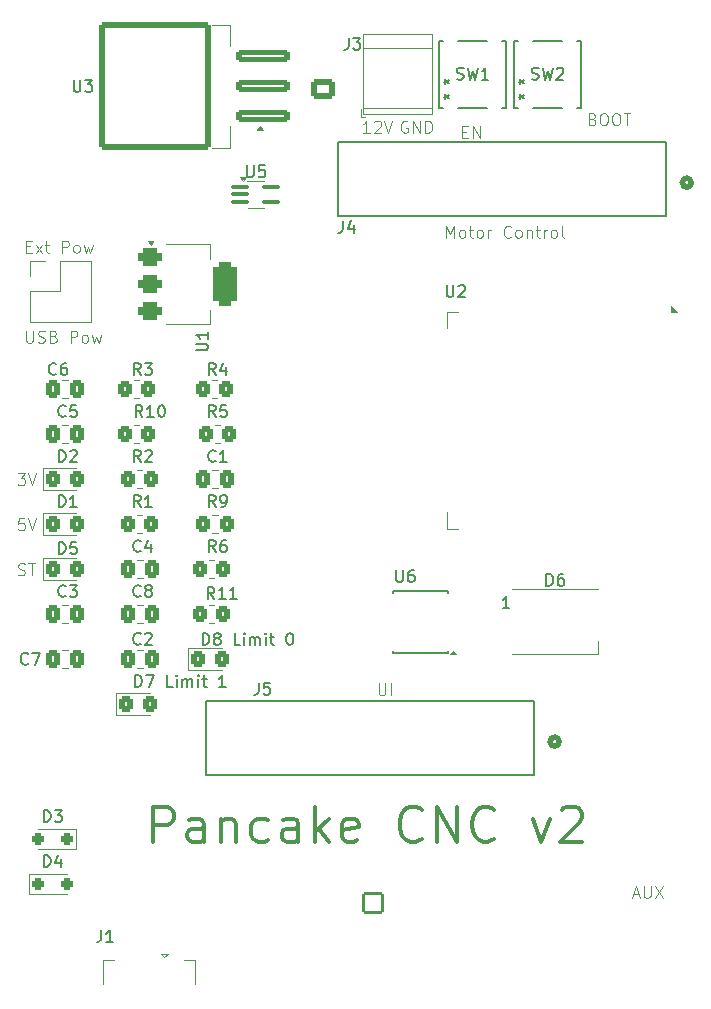
<source format=gto>
%TF.GenerationSoftware,KiCad,Pcbnew,8.0.5*%
%TF.CreationDate,2024-11-16T16:01:40-06:00*%
%TF.ProjectId,ControllerPCB,436f6e74-726f-46c6-9c65-725043422e6b,rev?*%
%TF.SameCoordinates,Original*%
%TF.FileFunction,Legend,Top*%
%TF.FilePolarity,Positive*%
%FSLAX46Y46*%
G04 Gerber Fmt 4.6, Leading zero omitted, Abs format (unit mm)*
G04 Created by KiCad (PCBNEW 8.0.5) date 2024-11-16 16:01:40*
%MOMM*%
%LPD*%
G01*
G04 APERTURE LIST*
G04 Aperture macros list*
%AMRoundRect*
0 Rectangle with rounded corners*
0 $1 Rounding radius*
0 $2 $3 $4 $5 $6 $7 $8 $9 X,Y pos of 4 corners*
0 Add a 4 corners polygon primitive as box body*
4,1,4,$2,$3,$4,$5,$6,$7,$8,$9,$2,$3,0*
0 Add four circle primitives for the rounded corners*
1,1,$1+$1,$2,$3*
1,1,$1+$1,$4,$5*
1,1,$1+$1,$6,$7*
1,1,$1+$1,$8,$9*
0 Add four rect primitives between the rounded corners*
20,1,$1+$1,$2,$3,$4,$5,0*
20,1,$1+$1,$4,$5,$6,$7,0*
20,1,$1+$1,$6,$7,$8,$9,0*
20,1,$1+$1,$8,$9,$2,$3,0*%
G04 Aperture macros list end*
%ADD10C,0.100000*%
%ADD11C,0.300000*%
%ADD12C,0.150000*%
%ADD13C,0.120000*%
%ADD14C,0.152400*%
%ADD15C,0.508000*%
%ADD16R,1.500000X0.900000*%
%ADD17R,0.400000X1.350000*%
%ADD18O,1.000000X1.900000*%
%ADD19R,0.875000X1.900000*%
%ADD20O,1.050000X1.250000*%
%ADD21R,2.900000X1.900000*%
%ADD22R,0.558800X0.952500*%
%ADD23RoundRect,0.250000X0.350000X0.450000X-0.350000X0.450000X-0.350000X-0.450000X0.350000X-0.450000X0*%
%ADD24RoundRect,0.250000X-0.350000X-0.450000X0.350000X-0.450000X0.350000X0.450000X-0.350000X0.450000X0*%
%ADD25RoundRect,0.250000X2.050000X0.300000X-2.050000X0.300000X-2.050000X-0.300000X2.050000X-0.300000X0*%
%ADD26RoundRect,0.250002X4.449998X5.149998X-4.449998X5.149998X-4.449998X-5.149998X4.449998X-5.149998X0*%
%ADD27R,1.700000X1.700000*%
%ADD28O,1.700000X1.700000*%
%ADD29C,1.651000*%
%ADD30RoundRect,0.250000X-0.325000X-0.450000X0.325000X-0.450000X0.325000X0.450000X-0.325000X0.450000X0*%
%ADD31C,3.200000*%
%ADD32R,0.900000X1.500000*%
%ADD33R,1.000000X1.000000*%
%ADD34C,0.600000*%
%ADD35C,4.270000*%
%ADD36C,1.779000*%
%ADD37RoundRect,0.102000X0.787500X0.787500X-0.787500X0.787500X-0.787500X-0.787500X0.787500X-0.787500X0*%
%ADD38RoundRect,0.250000X-0.337500X-0.475000X0.337500X-0.475000X0.337500X0.475000X-0.337500X0.475000X0*%
%ADD39RoundRect,0.250000X-0.725000X0.600000X-0.725000X-0.600000X0.725000X-0.600000X0.725000X0.600000X0*%
%ADD40O,1.950000X1.700000*%
%ADD41RoundRect,0.375000X-0.625000X-0.375000X0.625000X-0.375000X0.625000X0.375000X-0.625000X0.375000X0*%
%ADD42RoundRect,0.500000X-0.500000X-1.400000X0.500000X-1.400000X0.500000X1.400000X-0.500000X1.400000X0*%
%ADD43R,2.100000X2.100000*%
%ADD44C,2.100000*%
%ADD45RoundRect,0.250000X-0.250000X-0.250000X0.250000X-0.250000X0.250000X0.250000X-0.250000X0.250000X0*%
%ADD46R,1.500000X1.800000*%
%ADD47R,1.450000X0.450000*%
%ADD48RoundRect,0.250000X0.250000X0.250000X-0.250000X0.250000X-0.250000X-0.250000X0.250000X-0.250000X0*%
%ADD49RoundRect,0.250000X0.337500X0.475000X-0.337500X0.475000X-0.337500X-0.475000X0.337500X-0.475000X0*%
%ADD50RoundRect,0.100000X-0.650000X-0.100000X0.650000X-0.100000X0.650000X0.100000X-0.650000X0.100000X0*%
G04 APERTURE END LIST*
D10*
X77963456Y-55379646D02*
X78106313Y-55427265D01*
X78106313Y-55427265D02*
X78153932Y-55474884D01*
X78153932Y-55474884D02*
X78201551Y-55570122D01*
X78201551Y-55570122D02*
X78201551Y-55712979D01*
X78201551Y-55712979D02*
X78153932Y-55808217D01*
X78153932Y-55808217D02*
X78106313Y-55855837D01*
X78106313Y-55855837D02*
X78011075Y-55903456D01*
X78011075Y-55903456D02*
X77630123Y-55903456D01*
X77630123Y-55903456D02*
X77630123Y-54903456D01*
X77630123Y-54903456D02*
X77963456Y-54903456D01*
X77963456Y-54903456D02*
X78058694Y-54951075D01*
X78058694Y-54951075D02*
X78106313Y-54998694D01*
X78106313Y-54998694D02*
X78153932Y-55093932D01*
X78153932Y-55093932D02*
X78153932Y-55189170D01*
X78153932Y-55189170D02*
X78106313Y-55284408D01*
X78106313Y-55284408D02*
X78058694Y-55332027D01*
X78058694Y-55332027D02*
X77963456Y-55379646D01*
X77963456Y-55379646D02*
X77630123Y-55379646D01*
X78820599Y-54903456D02*
X79011075Y-54903456D01*
X79011075Y-54903456D02*
X79106313Y-54951075D01*
X79106313Y-54951075D02*
X79201551Y-55046313D01*
X79201551Y-55046313D02*
X79249170Y-55236789D01*
X79249170Y-55236789D02*
X79249170Y-55570122D01*
X79249170Y-55570122D02*
X79201551Y-55760598D01*
X79201551Y-55760598D02*
X79106313Y-55855837D01*
X79106313Y-55855837D02*
X79011075Y-55903456D01*
X79011075Y-55903456D02*
X78820599Y-55903456D01*
X78820599Y-55903456D02*
X78725361Y-55855837D01*
X78725361Y-55855837D02*
X78630123Y-55760598D01*
X78630123Y-55760598D02*
X78582504Y-55570122D01*
X78582504Y-55570122D02*
X78582504Y-55236789D01*
X78582504Y-55236789D02*
X78630123Y-55046313D01*
X78630123Y-55046313D02*
X78725361Y-54951075D01*
X78725361Y-54951075D02*
X78820599Y-54903456D01*
X79868218Y-54903456D02*
X80058694Y-54903456D01*
X80058694Y-54903456D02*
X80153932Y-54951075D01*
X80153932Y-54951075D02*
X80249170Y-55046313D01*
X80249170Y-55046313D02*
X80296789Y-55236789D01*
X80296789Y-55236789D02*
X80296789Y-55570122D01*
X80296789Y-55570122D02*
X80249170Y-55760598D01*
X80249170Y-55760598D02*
X80153932Y-55855837D01*
X80153932Y-55855837D02*
X80058694Y-55903456D01*
X80058694Y-55903456D02*
X79868218Y-55903456D01*
X79868218Y-55903456D02*
X79772980Y-55855837D01*
X79772980Y-55855837D02*
X79677742Y-55760598D01*
X79677742Y-55760598D02*
X79630123Y-55570122D01*
X79630123Y-55570122D02*
X79630123Y-55236789D01*
X79630123Y-55236789D02*
X79677742Y-55046313D01*
X79677742Y-55046313D02*
X79772980Y-54951075D01*
X79772980Y-54951075D02*
X79868218Y-54903456D01*
X80582504Y-54903456D02*
X81153932Y-54903456D01*
X80868218Y-55903456D02*
X80868218Y-54903456D01*
X66948448Y-56445849D02*
X67281781Y-56445849D01*
X67424638Y-56969659D02*
X66948448Y-56969659D01*
X66948448Y-56969659D02*
X66948448Y-55969659D01*
X66948448Y-55969659D02*
X67424638Y-55969659D01*
X67853210Y-56969659D02*
X67853210Y-55969659D01*
X67853210Y-55969659D02*
X68424638Y-56969659D01*
X68424638Y-56969659D02*
X68424638Y-55969659D01*
D11*
X40772892Y-116608294D02*
X40772892Y-113608294D01*
X40772892Y-113608294D02*
X41915749Y-113608294D01*
X41915749Y-113608294D02*
X42201464Y-113751151D01*
X42201464Y-113751151D02*
X42344321Y-113894008D01*
X42344321Y-113894008D02*
X42487178Y-114179722D01*
X42487178Y-114179722D02*
X42487178Y-114608294D01*
X42487178Y-114608294D02*
X42344321Y-114894008D01*
X42344321Y-114894008D02*
X42201464Y-115036865D01*
X42201464Y-115036865D02*
X41915749Y-115179722D01*
X41915749Y-115179722D02*
X40772892Y-115179722D01*
X45058607Y-116608294D02*
X45058607Y-115036865D01*
X45058607Y-115036865D02*
X44915749Y-114751151D01*
X44915749Y-114751151D02*
X44630035Y-114608294D01*
X44630035Y-114608294D02*
X44058607Y-114608294D01*
X44058607Y-114608294D02*
X43772892Y-114751151D01*
X45058607Y-116465437D02*
X44772892Y-116608294D01*
X44772892Y-116608294D02*
X44058607Y-116608294D01*
X44058607Y-116608294D02*
X43772892Y-116465437D01*
X43772892Y-116465437D02*
X43630035Y-116179722D01*
X43630035Y-116179722D02*
X43630035Y-115894008D01*
X43630035Y-115894008D02*
X43772892Y-115608294D01*
X43772892Y-115608294D02*
X44058607Y-115465437D01*
X44058607Y-115465437D02*
X44772892Y-115465437D01*
X44772892Y-115465437D02*
X45058607Y-115322579D01*
X46487178Y-114608294D02*
X46487178Y-116608294D01*
X46487178Y-114894008D02*
X46630035Y-114751151D01*
X46630035Y-114751151D02*
X46915750Y-114608294D01*
X46915750Y-114608294D02*
X47344321Y-114608294D01*
X47344321Y-114608294D02*
X47630035Y-114751151D01*
X47630035Y-114751151D02*
X47772893Y-115036865D01*
X47772893Y-115036865D02*
X47772893Y-116608294D01*
X50487179Y-116465437D02*
X50201464Y-116608294D01*
X50201464Y-116608294D02*
X49630036Y-116608294D01*
X49630036Y-116608294D02*
X49344321Y-116465437D01*
X49344321Y-116465437D02*
X49201464Y-116322579D01*
X49201464Y-116322579D02*
X49058607Y-116036865D01*
X49058607Y-116036865D02*
X49058607Y-115179722D01*
X49058607Y-115179722D02*
X49201464Y-114894008D01*
X49201464Y-114894008D02*
X49344321Y-114751151D01*
X49344321Y-114751151D02*
X49630036Y-114608294D01*
X49630036Y-114608294D02*
X50201464Y-114608294D01*
X50201464Y-114608294D02*
X50487179Y-114751151D01*
X53058608Y-116608294D02*
X53058608Y-115036865D01*
X53058608Y-115036865D02*
X52915750Y-114751151D01*
X52915750Y-114751151D02*
X52630036Y-114608294D01*
X52630036Y-114608294D02*
X52058608Y-114608294D01*
X52058608Y-114608294D02*
X51772893Y-114751151D01*
X53058608Y-116465437D02*
X52772893Y-116608294D01*
X52772893Y-116608294D02*
X52058608Y-116608294D01*
X52058608Y-116608294D02*
X51772893Y-116465437D01*
X51772893Y-116465437D02*
X51630036Y-116179722D01*
X51630036Y-116179722D02*
X51630036Y-115894008D01*
X51630036Y-115894008D02*
X51772893Y-115608294D01*
X51772893Y-115608294D02*
X52058608Y-115465437D01*
X52058608Y-115465437D02*
X52772893Y-115465437D01*
X52772893Y-115465437D02*
X53058608Y-115322579D01*
X54487179Y-116608294D02*
X54487179Y-113608294D01*
X54772894Y-115465437D02*
X55630036Y-116608294D01*
X55630036Y-114608294D02*
X54487179Y-115751151D01*
X58058607Y-116465437D02*
X57772893Y-116608294D01*
X57772893Y-116608294D02*
X57201465Y-116608294D01*
X57201465Y-116608294D02*
X56915750Y-116465437D01*
X56915750Y-116465437D02*
X56772893Y-116179722D01*
X56772893Y-116179722D02*
X56772893Y-115036865D01*
X56772893Y-115036865D02*
X56915750Y-114751151D01*
X56915750Y-114751151D02*
X57201465Y-114608294D01*
X57201465Y-114608294D02*
X57772893Y-114608294D01*
X57772893Y-114608294D02*
X58058607Y-114751151D01*
X58058607Y-114751151D02*
X58201465Y-115036865D01*
X58201465Y-115036865D02*
X58201465Y-115322579D01*
X58201465Y-115322579D02*
X56772893Y-115608294D01*
X63487179Y-116322579D02*
X63344322Y-116465437D01*
X63344322Y-116465437D02*
X62915750Y-116608294D01*
X62915750Y-116608294D02*
X62630036Y-116608294D01*
X62630036Y-116608294D02*
X62201465Y-116465437D01*
X62201465Y-116465437D02*
X61915750Y-116179722D01*
X61915750Y-116179722D02*
X61772893Y-115894008D01*
X61772893Y-115894008D02*
X61630036Y-115322579D01*
X61630036Y-115322579D02*
X61630036Y-114894008D01*
X61630036Y-114894008D02*
X61772893Y-114322579D01*
X61772893Y-114322579D02*
X61915750Y-114036865D01*
X61915750Y-114036865D02*
X62201465Y-113751151D01*
X62201465Y-113751151D02*
X62630036Y-113608294D01*
X62630036Y-113608294D02*
X62915750Y-113608294D01*
X62915750Y-113608294D02*
X63344322Y-113751151D01*
X63344322Y-113751151D02*
X63487179Y-113894008D01*
X64772893Y-116608294D02*
X64772893Y-113608294D01*
X64772893Y-113608294D02*
X66487179Y-116608294D01*
X66487179Y-116608294D02*
X66487179Y-113608294D01*
X69630036Y-116322579D02*
X69487179Y-116465437D01*
X69487179Y-116465437D02*
X69058607Y-116608294D01*
X69058607Y-116608294D02*
X68772893Y-116608294D01*
X68772893Y-116608294D02*
X68344322Y-116465437D01*
X68344322Y-116465437D02*
X68058607Y-116179722D01*
X68058607Y-116179722D02*
X67915750Y-115894008D01*
X67915750Y-115894008D02*
X67772893Y-115322579D01*
X67772893Y-115322579D02*
X67772893Y-114894008D01*
X67772893Y-114894008D02*
X67915750Y-114322579D01*
X67915750Y-114322579D02*
X68058607Y-114036865D01*
X68058607Y-114036865D02*
X68344322Y-113751151D01*
X68344322Y-113751151D02*
X68772893Y-113608294D01*
X68772893Y-113608294D02*
X69058607Y-113608294D01*
X69058607Y-113608294D02*
X69487179Y-113751151D01*
X69487179Y-113751151D02*
X69630036Y-113894008D01*
X72915750Y-114608294D02*
X73630036Y-116608294D01*
X73630036Y-116608294D02*
X74344321Y-114608294D01*
X75344321Y-113894008D02*
X75487178Y-113751151D01*
X75487178Y-113751151D02*
X75772893Y-113608294D01*
X75772893Y-113608294D02*
X76487178Y-113608294D01*
X76487178Y-113608294D02*
X76772893Y-113751151D01*
X76772893Y-113751151D02*
X76915750Y-113894008D01*
X76915750Y-113894008D02*
X77058607Y-114179722D01*
X77058607Y-114179722D02*
X77058607Y-114465437D01*
X77058607Y-114465437D02*
X76915750Y-114894008D01*
X76915750Y-114894008D02*
X75201464Y-116608294D01*
X75201464Y-116608294D02*
X77058607Y-116608294D01*
D10*
X29322504Y-93955837D02*
X29465361Y-94003456D01*
X29465361Y-94003456D02*
X29703456Y-94003456D01*
X29703456Y-94003456D02*
X29798694Y-93955837D01*
X29798694Y-93955837D02*
X29846313Y-93908217D01*
X29846313Y-93908217D02*
X29893932Y-93812979D01*
X29893932Y-93812979D02*
X29893932Y-93717741D01*
X29893932Y-93717741D02*
X29846313Y-93622503D01*
X29846313Y-93622503D02*
X29798694Y-93574884D01*
X29798694Y-93574884D02*
X29703456Y-93527265D01*
X29703456Y-93527265D02*
X29512980Y-93479646D01*
X29512980Y-93479646D02*
X29417742Y-93432027D01*
X29417742Y-93432027D02*
X29370123Y-93384408D01*
X29370123Y-93384408D02*
X29322504Y-93289170D01*
X29322504Y-93289170D02*
X29322504Y-93193932D01*
X29322504Y-93193932D02*
X29370123Y-93098694D01*
X29370123Y-93098694D02*
X29417742Y-93051075D01*
X29417742Y-93051075D02*
X29512980Y-93003456D01*
X29512980Y-93003456D02*
X29751075Y-93003456D01*
X29751075Y-93003456D02*
X29893932Y-93051075D01*
X30179647Y-93003456D02*
X30751075Y-93003456D01*
X30465361Y-94003456D02*
X30465361Y-93003456D01*
X29274885Y-85383456D02*
X29893932Y-85383456D01*
X29893932Y-85383456D02*
X29560599Y-85764408D01*
X29560599Y-85764408D02*
X29703456Y-85764408D01*
X29703456Y-85764408D02*
X29798694Y-85812027D01*
X29798694Y-85812027D02*
X29846313Y-85859646D01*
X29846313Y-85859646D02*
X29893932Y-85954884D01*
X29893932Y-85954884D02*
X29893932Y-86192979D01*
X29893932Y-86192979D02*
X29846313Y-86288217D01*
X29846313Y-86288217D02*
X29798694Y-86335837D01*
X29798694Y-86335837D02*
X29703456Y-86383456D01*
X29703456Y-86383456D02*
X29417742Y-86383456D01*
X29417742Y-86383456D02*
X29322504Y-86335837D01*
X29322504Y-86335837D02*
X29274885Y-86288217D01*
X30179647Y-85383456D02*
X30512980Y-86383456D01*
X30512980Y-86383456D02*
X30846313Y-85383456D01*
X29846313Y-89193456D02*
X29370123Y-89193456D01*
X29370123Y-89193456D02*
X29322504Y-89669646D01*
X29322504Y-89669646D02*
X29370123Y-89622027D01*
X29370123Y-89622027D02*
X29465361Y-89574408D01*
X29465361Y-89574408D02*
X29703456Y-89574408D01*
X29703456Y-89574408D02*
X29798694Y-89622027D01*
X29798694Y-89622027D02*
X29846313Y-89669646D01*
X29846313Y-89669646D02*
X29893932Y-89764884D01*
X29893932Y-89764884D02*
X29893932Y-90002979D01*
X29893932Y-90002979D02*
X29846313Y-90098217D01*
X29846313Y-90098217D02*
X29798694Y-90145837D01*
X29798694Y-90145837D02*
X29703456Y-90193456D01*
X29703456Y-90193456D02*
X29465361Y-90193456D01*
X29465361Y-90193456D02*
X29370123Y-90145837D01*
X29370123Y-90145837D02*
X29322504Y-90098217D01*
X30179647Y-89193456D02*
X30512980Y-90193456D01*
X30512980Y-90193456D02*
X30846313Y-89193456D01*
X81392504Y-121022741D02*
X81868694Y-121022741D01*
X81297266Y-121308456D02*
X81630599Y-120308456D01*
X81630599Y-120308456D02*
X81963932Y-121308456D01*
X82297266Y-120308456D02*
X82297266Y-121117979D01*
X82297266Y-121117979D02*
X82344885Y-121213217D01*
X82344885Y-121213217D02*
X82392504Y-121260837D01*
X82392504Y-121260837D02*
X82487742Y-121308456D01*
X82487742Y-121308456D02*
X82678218Y-121308456D01*
X82678218Y-121308456D02*
X82773456Y-121260837D01*
X82773456Y-121260837D02*
X82821075Y-121213217D01*
X82821075Y-121213217D02*
X82868694Y-121117979D01*
X82868694Y-121117979D02*
X82868694Y-120308456D01*
X83249647Y-120308456D02*
X83916313Y-121308456D01*
X83916313Y-120308456D02*
X83249647Y-121308456D01*
X59850123Y-103163456D02*
X59850123Y-103972979D01*
X59850123Y-103972979D02*
X59897742Y-104068217D01*
X59897742Y-104068217D02*
X59945361Y-104115837D01*
X59945361Y-104115837D02*
X60040599Y-104163456D01*
X60040599Y-104163456D02*
X60231075Y-104163456D01*
X60231075Y-104163456D02*
X60326313Y-104115837D01*
X60326313Y-104115837D02*
X60373932Y-104068217D01*
X60373932Y-104068217D02*
X60421551Y-103972979D01*
X60421551Y-103972979D02*
X60421551Y-103163456D01*
X60897742Y-104163456D02*
X60897742Y-103163456D01*
X65565123Y-65428456D02*
X65565123Y-64428456D01*
X65565123Y-64428456D02*
X65898456Y-65142741D01*
X65898456Y-65142741D02*
X66231789Y-64428456D01*
X66231789Y-64428456D02*
X66231789Y-65428456D01*
X66850837Y-65428456D02*
X66755599Y-65380837D01*
X66755599Y-65380837D02*
X66707980Y-65333217D01*
X66707980Y-65333217D02*
X66660361Y-65237979D01*
X66660361Y-65237979D02*
X66660361Y-64952265D01*
X66660361Y-64952265D02*
X66707980Y-64857027D01*
X66707980Y-64857027D02*
X66755599Y-64809408D01*
X66755599Y-64809408D02*
X66850837Y-64761789D01*
X66850837Y-64761789D02*
X66993694Y-64761789D01*
X66993694Y-64761789D02*
X67088932Y-64809408D01*
X67088932Y-64809408D02*
X67136551Y-64857027D01*
X67136551Y-64857027D02*
X67184170Y-64952265D01*
X67184170Y-64952265D02*
X67184170Y-65237979D01*
X67184170Y-65237979D02*
X67136551Y-65333217D01*
X67136551Y-65333217D02*
X67088932Y-65380837D01*
X67088932Y-65380837D02*
X66993694Y-65428456D01*
X66993694Y-65428456D02*
X66850837Y-65428456D01*
X67469885Y-64761789D02*
X67850837Y-64761789D01*
X67612742Y-64428456D02*
X67612742Y-65285598D01*
X67612742Y-65285598D02*
X67660361Y-65380837D01*
X67660361Y-65380837D02*
X67755599Y-65428456D01*
X67755599Y-65428456D02*
X67850837Y-65428456D01*
X68327028Y-65428456D02*
X68231790Y-65380837D01*
X68231790Y-65380837D02*
X68184171Y-65333217D01*
X68184171Y-65333217D02*
X68136552Y-65237979D01*
X68136552Y-65237979D02*
X68136552Y-64952265D01*
X68136552Y-64952265D02*
X68184171Y-64857027D01*
X68184171Y-64857027D02*
X68231790Y-64809408D01*
X68231790Y-64809408D02*
X68327028Y-64761789D01*
X68327028Y-64761789D02*
X68469885Y-64761789D01*
X68469885Y-64761789D02*
X68565123Y-64809408D01*
X68565123Y-64809408D02*
X68612742Y-64857027D01*
X68612742Y-64857027D02*
X68660361Y-64952265D01*
X68660361Y-64952265D02*
X68660361Y-65237979D01*
X68660361Y-65237979D02*
X68612742Y-65333217D01*
X68612742Y-65333217D02*
X68565123Y-65380837D01*
X68565123Y-65380837D02*
X68469885Y-65428456D01*
X68469885Y-65428456D02*
X68327028Y-65428456D01*
X69088933Y-65428456D02*
X69088933Y-64761789D01*
X69088933Y-64952265D02*
X69136552Y-64857027D01*
X69136552Y-64857027D02*
X69184171Y-64809408D01*
X69184171Y-64809408D02*
X69279409Y-64761789D01*
X69279409Y-64761789D02*
X69374647Y-64761789D01*
X71041314Y-65333217D02*
X70993695Y-65380837D01*
X70993695Y-65380837D02*
X70850838Y-65428456D01*
X70850838Y-65428456D02*
X70755600Y-65428456D01*
X70755600Y-65428456D02*
X70612743Y-65380837D01*
X70612743Y-65380837D02*
X70517505Y-65285598D01*
X70517505Y-65285598D02*
X70469886Y-65190360D01*
X70469886Y-65190360D02*
X70422267Y-64999884D01*
X70422267Y-64999884D02*
X70422267Y-64857027D01*
X70422267Y-64857027D02*
X70469886Y-64666551D01*
X70469886Y-64666551D02*
X70517505Y-64571313D01*
X70517505Y-64571313D02*
X70612743Y-64476075D01*
X70612743Y-64476075D02*
X70755600Y-64428456D01*
X70755600Y-64428456D02*
X70850838Y-64428456D01*
X70850838Y-64428456D02*
X70993695Y-64476075D01*
X70993695Y-64476075D02*
X71041314Y-64523694D01*
X71612743Y-65428456D02*
X71517505Y-65380837D01*
X71517505Y-65380837D02*
X71469886Y-65333217D01*
X71469886Y-65333217D02*
X71422267Y-65237979D01*
X71422267Y-65237979D02*
X71422267Y-64952265D01*
X71422267Y-64952265D02*
X71469886Y-64857027D01*
X71469886Y-64857027D02*
X71517505Y-64809408D01*
X71517505Y-64809408D02*
X71612743Y-64761789D01*
X71612743Y-64761789D02*
X71755600Y-64761789D01*
X71755600Y-64761789D02*
X71850838Y-64809408D01*
X71850838Y-64809408D02*
X71898457Y-64857027D01*
X71898457Y-64857027D02*
X71946076Y-64952265D01*
X71946076Y-64952265D02*
X71946076Y-65237979D01*
X71946076Y-65237979D02*
X71898457Y-65333217D01*
X71898457Y-65333217D02*
X71850838Y-65380837D01*
X71850838Y-65380837D02*
X71755600Y-65428456D01*
X71755600Y-65428456D02*
X71612743Y-65428456D01*
X72374648Y-64761789D02*
X72374648Y-65428456D01*
X72374648Y-64857027D02*
X72422267Y-64809408D01*
X72422267Y-64809408D02*
X72517505Y-64761789D01*
X72517505Y-64761789D02*
X72660362Y-64761789D01*
X72660362Y-64761789D02*
X72755600Y-64809408D01*
X72755600Y-64809408D02*
X72803219Y-64904646D01*
X72803219Y-64904646D02*
X72803219Y-65428456D01*
X73136553Y-64761789D02*
X73517505Y-64761789D01*
X73279410Y-64428456D02*
X73279410Y-65285598D01*
X73279410Y-65285598D02*
X73327029Y-65380837D01*
X73327029Y-65380837D02*
X73422267Y-65428456D01*
X73422267Y-65428456D02*
X73517505Y-65428456D01*
X73850839Y-65428456D02*
X73850839Y-64761789D01*
X73850839Y-64952265D02*
X73898458Y-64857027D01*
X73898458Y-64857027D02*
X73946077Y-64809408D01*
X73946077Y-64809408D02*
X74041315Y-64761789D01*
X74041315Y-64761789D02*
X74136553Y-64761789D01*
X74612744Y-65428456D02*
X74517506Y-65380837D01*
X74517506Y-65380837D02*
X74469887Y-65333217D01*
X74469887Y-65333217D02*
X74422268Y-65237979D01*
X74422268Y-65237979D02*
X74422268Y-64952265D01*
X74422268Y-64952265D02*
X74469887Y-64857027D01*
X74469887Y-64857027D02*
X74517506Y-64809408D01*
X74517506Y-64809408D02*
X74612744Y-64761789D01*
X74612744Y-64761789D02*
X74755601Y-64761789D01*
X74755601Y-64761789D02*
X74850839Y-64809408D01*
X74850839Y-64809408D02*
X74898458Y-64857027D01*
X74898458Y-64857027D02*
X74946077Y-64952265D01*
X74946077Y-64952265D02*
X74946077Y-65237979D01*
X74946077Y-65237979D02*
X74898458Y-65333217D01*
X74898458Y-65333217D02*
X74850839Y-65380837D01*
X74850839Y-65380837D02*
X74755601Y-65428456D01*
X74755601Y-65428456D02*
X74612744Y-65428456D01*
X75517506Y-65428456D02*
X75422268Y-65380837D01*
X75422268Y-65380837D02*
X75374649Y-65285598D01*
X75374649Y-65285598D02*
X75374649Y-64428456D01*
X30005123Y-73318456D02*
X30005123Y-74127979D01*
X30005123Y-74127979D02*
X30052742Y-74223217D01*
X30052742Y-74223217D02*
X30100361Y-74270837D01*
X30100361Y-74270837D02*
X30195599Y-74318456D01*
X30195599Y-74318456D02*
X30386075Y-74318456D01*
X30386075Y-74318456D02*
X30481313Y-74270837D01*
X30481313Y-74270837D02*
X30528932Y-74223217D01*
X30528932Y-74223217D02*
X30576551Y-74127979D01*
X30576551Y-74127979D02*
X30576551Y-73318456D01*
X31005123Y-74270837D02*
X31147980Y-74318456D01*
X31147980Y-74318456D02*
X31386075Y-74318456D01*
X31386075Y-74318456D02*
X31481313Y-74270837D01*
X31481313Y-74270837D02*
X31528932Y-74223217D01*
X31528932Y-74223217D02*
X31576551Y-74127979D01*
X31576551Y-74127979D02*
X31576551Y-74032741D01*
X31576551Y-74032741D02*
X31528932Y-73937503D01*
X31528932Y-73937503D02*
X31481313Y-73889884D01*
X31481313Y-73889884D02*
X31386075Y-73842265D01*
X31386075Y-73842265D02*
X31195599Y-73794646D01*
X31195599Y-73794646D02*
X31100361Y-73747027D01*
X31100361Y-73747027D02*
X31052742Y-73699408D01*
X31052742Y-73699408D02*
X31005123Y-73604170D01*
X31005123Y-73604170D02*
X31005123Y-73508932D01*
X31005123Y-73508932D02*
X31052742Y-73413694D01*
X31052742Y-73413694D02*
X31100361Y-73366075D01*
X31100361Y-73366075D02*
X31195599Y-73318456D01*
X31195599Y-73318456D02*
X31433694Y-73318456D01*
X31433694Y-73318456D02*
X31576551Y-73366075D01*
X32338456Y-73794646D02*
X32481313Y-73842265D01*
X32481313Y-73842265D02*
X32528932Y-73889884D01*
X32528932Y-73889884D02*
X32576551Y-73985122D01*
X32576551Y-73985122D02*
X32576551Y-74127979D01*
X32576551Y-74127979D02*
X32528932Y-74223217D01*
X32528932Y-74223217D02*
X32481313Y-74270837D01*
X32481313Y-74270837D02*
X32386075Y-74318456D01*
X32386075Y-74318456D02*
X32005123Y-74318456D01*
X32005123Y-74318456D02*
X32005123Y-73318456D01*
X32005123Y-73318456D02*
X32338456Y-73318456D01*
X32338456Y-73318456D02*
X32433694Y-73366075D01*
X32433694Y-73366075D02*
X32481313Y-73413694D01*
X32481313Y-73413694D02*
X32528932Y-73508932D01*
X32528932Y-73508932D02*
X32528932Y-73604170D01*
X32528932Y-73604170D02*
X32481313Y-73699408D01*
X32481313Y-73699408D02*
X32433694Y-73747027D01*
X32433694Y-73747027D02*
X32338456Y-73794646D01*
X32338456Y-73794646D02*
X32005123Y-73794646D01*
X33767028Y-74318456D02*
X33767028Y-73318456D01*
X33767028Y-73318456D02*
X34147980Y-73318456D01*
X34147980Y-73318456D02*
X34243218Y-73366075D01*
X34243218Y-73366075D02*
X34290837Y-73413694D01*
X34290837Y-73413694D02*
X34338456Y-73508932D01*
X34338456Y-73508932D02*
X34338456Y-73651789D01*
X34338456Y-73651789D02*
X34290837Y-73747027D01*
X34290837Y-73747027D02*
X34243218Y-73794646D01*
X34243218Y-73794646D02*
X34147980Y-73842265D01*
X34147980Y-73842265D02*
X33767028Y-73842265D01*
X34909885Y-74318456D02*
X34814647Y-74270837D01*
X34814647Y-74270837D02*
X34767028Y-74223217D01*
X34767028Y-74223217D02*
X34719409Y-74127979D01*
X34719409Y-74127979D02*
X34719409Y-73842265D01*
X34719409Y-73842265D02*
X34767028Y-73747027D01*
X34767028Y-73747027D02*
X34814647Y-73699408D01*
X34814647Y-73699408D02*
X34909885Y-73651789D01*
X34909885Y-73651789D02*
X35052742Y-73651789D01*
X35052742Y-73651789D02*
X35147980Y-73699408D01*
X35147980Y-73699408D02*
X35195599Y-73747027D01*
X35195599Y-73747027D02*
X35243218Y-73842265D01*
X35243218Y-73842265D02*
X35243218Y-74127979D01*
X35243218Y-74127979D02*
X35195599Y-74223217D01*
X35195599Y-74223217D02*
X35147980Y-74270837D01*
X35147980Y-74270837D02*
X35052742Y-74318456D01*
X35052742Y-74318456D02*
X34909885Y-74318456D01*
X35576552Y-73651789D02*
X35767028Y-74318456D01*
X35767028Y-74318456D02*
X35957504Y-73842265D01*
X35957504Y-73842265D02*
X36147980Y-74318456D01*
X36147980Y-74318456D02*
X36338456Y-73651789D01*
X30005123Y-66174646D02*
X30338456Y-66174646D01*
X30481313Y-66698456D02*
X30005123Y-66698456D01*
X30005123Y-66698456D02*
X30005123Y-65698456D01*
X30005123Y-65698456D02*
X30481313Y-65698456D01*
X30814647Y-66698456D02*
X31338456Y-66031789D01*
X30814647Y-66031789D02*
X31338456Y-66698456D01*
X31576552Y-66031789D02*
X31957504Y-66031789D01*
X31719409Y-65698456D02*
X31719409Y-66555598D01*
X31719409Y-66555598D02*
X31767028Y-66650837D01*
X31767028Y-66650837D02*
X31862266Y-66698456D01*
X31862266Y-66698456D02*
X31957504Y-66698456D01*
X33052743Y-66698456D02*
X33052743Y-65698456D01*
X33052743Y-65698456D02*
X33433695Y-65698456D01*
X33433695Y-65698456D02*
X33528933Y-65746075D01*
X33528933Y-65746075D02*
X33576552Y-65793694D01*
X33576552Y-65793694D02*
X33624171Y-65888932D01*
X33624171Y-65888932D02*
X33624171Y-66031789D01*
X33624171Y-66031789D02*
X33576552Y-66127027D01*
X33576552Y-66127027D02*
X33528933Y-66174646D01*
X33528933Y-66174646D02*
X33433695Y-66222265D01*
X33433695Y-66222265D02*
X33052743Y-66222265D01*
X34195600Y-66698456D02*
X34100362Y-66650837D01*
X34100362Y-66650837D02*
X34052743Y-66603217D01*
X34052743Y-66603217D02*
X34005124Y-66507979D01*
X34005124Y-66507979D02*
X34005124Y-66222265D01*
X34005124Y-66222265D02*
X34052743Y-66127027D01*
X34052743Y-66127027D02*
X34100362Y-66079408D01*
X34100362Y-66079408D02*
X34195600Y-66031789D01*
X34195600Y-66031789D02*
X34338457Y-66031789D01*
X34338457Y-66031789D02*
X34433695Y-66079408D01*
X34433695Y-66079408D02*
X34481314Y-66127027D01*
X34481314Y-66127027D02*
X34528933Y-66222265D01*
X34528933Y-66222265D02*
X34528933Y-66507979D01*
X34528933Y-66507979D02*
X34481314Y-66603217D01*
X34481314Y-66603217D02*
X34433695Y-66650837D01*
X34433695Y-66650837D02*
X34338457Y-66698456D01*
X34338457Y-66698456D02*
X34195600Y-66698456D01*
X34862267Y-66031789D02*
X35052743Y-66698456D01*
X35052743Y-66698456D02*
X35243219Y-66222265D01*
X35243219Y-66222265D02*
X35433695Y-66698456D01*
X35433695Y-66698456D02*
X35624171Y-66031789D01*
X62278932Y-55586075D02*
X62183694Y-55538456D01*
X62183694Y-55538456D02*
X62040837Y-55538456D01*
X62040837Y-55538456D02*
X61897980Y-55586075D01*
X61897980Y-55586075D02*
X61802742Y-55681313D01*
X61802742Y-55681313D02*
X61755123Y-55776551D01*
X61755123Y-55776551D02*
X61707504Y-55967027D01*
X61707504Y-55967027D02*
X61707504Y-56109884D01*
X61707504Y-56109884D02*
X61755123Y-56300360D01*
X61755123Y-56300360D02*
X61802742Y-56395598D01*
X61802742Y-56395598D02*
X61897980Y-56490837D01*
X61897980Y-56490837D02*
X62040837Y-56538456D01*
X62040837Y-56538456D02*
X62136075Y-56538456D01*
X62136075Y-56538456D02*
X62278932Y-56490837D01*
X62278932Y-56490837D02*
X62326551Y-56443217D01*
X62326551Y-56443217D02*
X62326551Y-56109884D01*
X62326551Y-56109884D02*
X62136075Y-56109884D01*
X62755123Y-56538456D02*
X62755123Y-55538456D01*
X62755123Y-55538456D02*
X63326551Y-56538456D01*
X63326551Y-56538456D02*
X63326551Y-55538456D01*
X63802742Y-56538456D02*
X63802742Y-55538456D01*
X63802742Y-55538456D02*
X64040837Y-55538456D01*
X64040837Y-55538456D02*
X64183694Y-55586075D01*
X64183694Y-55586075D02*
X64278932Y-55681313D01*
X64278932Y-55681313D02*
X64326551Y-55776551D01*
X64326551Y-55776551D02*
X64374170Y-55967027D01*
X64374170Y-55967027D02*
X64374170Y-56109884D01*
X64374170Y-56109884D02*
X64326551Y-56300360D01*
X64326551Y-56300360D02*
X64278932Y-56395598D01*
X64278932Y-56395598D02*
X64183694Y-56490837D01*
X64183694Y-56490837D02*
X64040837Y-56538456D01*
X64040837Y-56538456D02*
X63802742Y-56538456D01*
X59103932Y-56538456D02*
X58532504Y-56538456D01*
X58818218Y-56538456D02*
X58818218Y-55538456D01*
X58818218Y-55538456D02*
X58722980Y-55681313D01*
X58722980Y-55681313D02*
X58627742Y-55776551D01*
X58627742Y-55776551D02*
X58532504Y-55824170D01*
X59484885Y-55633694D02*
X59532504Y-55586075D01*
X59532504Y-55586075D02*
X59627742Y-55538456D01*
X59627742Y-55538456D02*
X59865837Y-55538456D01*
X59865837Y-55538456D02*
X59961075Y-55586075D01*
X59961075Y-55586075D02*
X60008694Y-55633694D01*
X60008694Y-55633694D02*
X60056313Y-55728932D01*
X60056313Y-55728932D02*
X60056313Y-55824170D01*
X60056313Y-55824170D02*
X60008694Y-55967027D01*
X60008694Y-55967027D02*
X59437266Y-56538456D01*
X59437266Y-56538456D02*
X60056313Y-56538456D01*
X60342028Y-55538456D02*
X60675361Y-56538456D01*
X60675361Y-56538456D02*
X61008694Y-55538456D01*
D12*
X74048144Y-94895856D02*
X74048144Y-93895856D01*
X74048144Y-93895856D02*
X74286239Y-93895856D01*
X74286239Y-93895856D02*
X74429096Y-93943475D01*
X74429096Y-93943475D02*
X74524334Y-94038713D01*
X74524334Y-94038713D02*
X74571953Y-94133951D01*
X74571953Y-94133951D02*
X74619572Y-94324427D01*
X74619572Y-94324427D02*
X74619572Y-94467284D01*
X74619572Y-94467284D02*
X74571953Y-94657760D01*
X74571953Y-94657760D02*
X74524334Y-94752998D01*
X74524334Y-94752998D02*
X74429096Y-94848237D01*
X74429096Y-94848237D02*
X74286239Y-94895856D01*
X74286239Y-94895856D02*
X74048144Y-94895856D01*
X75476715Y-93895856D02*
X75286239Y-93895856D01*
X75286239Y-93895856D02*
X75191001Y-93943475D01*
X75191001Y-93943475D02*
X75143382Y-93991094D01*
X75143382Y-93991094D02*
X75048144Y-94133951D01*
X75048144Y-94133951D02*
X75000525Y-94324427D01*
X75000525Y-94324427D02*
X75000525Y-94705379D01*
X75000525Y-94705379D02*
X75048144Y-94800617D01*
X75048144Y-94800617D02*
X75095763Y-94848237D01*
X75095763Y-94848237D02*
X75191001Y-94895856D01*
X75191001Y-94895856D02*
X75381477Y-94895856D01*
X75381477Y-94895856D02*
X75476715Y-94848237D01*
X75476715Y-94848237D02*
X75524334Y-94800617D01*
X75524334Y-94800617D02*
X75571953Y-94705379D01*
X75571953Y-94705379D02*
X75571953Y-94467284D01*
X75571953Y-94467284D02*
X75524334Y-94372046D01*
X75524334Y-94372046D02*
X75476715Y-94324427D01*
X75476715Y-94324427D02*
X75381477Y-94276808D01*
X75381477Y-94276808D02*
X75191001Y-94276808D01*
X75191001Y-94276808D02*
X75095763Y-94324427D01*
X75095763Y-94324427D02*
X75048144Y-94372046D01*
X75048144Y-94372046D02*
X75000525Y-94467284D01*
X70921953Y-96795856D02*
X70350525Y-96795856D01*
X70636239Y-96795856D02*
X70636239Y-95795856D01*
X70636239Y-95795856D02*
X70541001Y-95938713D01*
X70541001Y-95938713D02*
X70445763Y-96033951D01*
X70445763Y-96033951D02*
X70350525Y-96081570D01*
X36352905Y-124065856D02*
X36352905Y-124780141D01*
X36352905Y-124780141D02*
X36305286Y-124922998D01*
X36305286Y-124922998D02*
X36210048Y-125018237D01*
X36210048Y-125018237D02*
X36067191Y-125065856D01*
X36067191Y-125065856D02*
X35971953Y-125065856D01*
X37352905Y-125065856D02*
X36781477Y-125065856D01*
X37067191Y-125065856D02*
X37067191Y-124065856D01*
X37067191Y-124065856D02*
X36971953Y-124208713D01*
X36971953Y-124208713D02*
X36876715Y-124303951D01*
X36876715Y-124303951D02*
X36781477Y-124351570D01*
X72817906Y-51993237D02*
X72960763Y-52040856D01*
X72960763Y-52040856D02*
X73198858Y-52040856D01*
X73198858Y-52040856D02*
X73294096Y-51993237D01*
X73294096Y-51993237D02*
X73341715Y-51945617D01*
X73341715Y-51945617D02*
X73389334Y-51850379D01*
X73389334Y-51850379D02*
X73389334Y-51755141D01*
X73389334Y-51755141D02*
X73341715Y-51659903D01*
X73341715Y-51659903D02*
X73294096Y-51612284D01*
X73294096Y-51612284D02*
X73198858Y-51564665D01*
X73198858Y-51564665D02*
X73008382Y-51517046D01*
X73008382Y-51517046D02*
X72913144Y-51469427D01*
X72913144Y-51469427D02*
X72865525Y-51421808D01*
X72865525Y-51421808D02*
X72817906Y-51326570D01*
X72817906Y-51326570D02*
X72817906Y-51231332D01*
X72817906Y-51231332D02*
X72865525Y-51136094D01*
X72865525Y-51136094D02*
X72913144Y-51088475D01*
X72913144Y-51088475D02*
X73008382Y-51040856D01*
X73008382Y-51040856D02*
X73246477Y-51040856D01*
X73246477Y-51040856D02*
X73389334Y-51088475D01*
X73722668Y-51040856D02*
X73960763Y-52040856D01*
X73960763Y-52040856D02*
X74151239Y-51326570D01*
X74151239Y-51326570D02*
X74341715Y-52040856D01*
X74341715Y-52040856D02*
X74579811Y-51040856D01*
X74913144Y-51136094D02*
X74960763Y-51088475D01*
X74960763Y-51088475D02*
X75056001Y-51040856D01*
X75056001Y-51040856D02*
X75294096Y-51040856D01*
X75294096Y-51040856D02*
X75389334Y-51088475D01*
X75389334Y-51088475D02*
X75436953Y-51136094D01*
X75436953Y-51136094D02*
X75484572Y-51231332D01*
X75484572Y-51231332D02*
X75484572Y-51326570D01*
X75484572Y-51326570D02*
X75436953Y-51469427D01*
X75436953Y-51469427D02*
X74865525Y-52040856D01*
X74865525Y-52040856D02*
X75484572Y-52040856D01*
X71701058Y-53491036D02*
X71939153Y-53491036D01*
X71843915Y-53729131D02*
X71939153Y-53491036D01*
X71939153Y-53491036D02*
X71843915Y-53252941D01*
X72129629Y-53633893D02*
X71939153Y-53491036D01*
X71939153Y-53491036D02*
X72129629Y-53348179D01*
X71701058Y-52221036D02*
X71939153Y-52221036D01*
X71843915Y-52459131D02*
X71939153Y-52221036D01*
X71939153Y-52221036D02*
X71843915Y-51982941D01*
X72129629Y-52363893D02*
X71939153Y-52221036D01*
X71939153Y-52221036D02*
X72129629Y-52078179D01*
X45930521Y-96003706D02*
X45597188Y-95527515D01*
X45359093Y-96003706D02*
X45359093Y-95003706D01*
X45359093Y-95003706D02*
X45740045Y-95003706D01*
X45740045Y-95003706D02*
X45835283Y-95051325D01*
X45835283Y-95051325D02*
X45882902Y-95098944D01*
X45882902Y-95098944D02*
X45930521Y-95194182D01*
X45930521Y-95194182D02*
X45930521Y-95337039D01*
X45930521Y-95337039D02*
X45882902Y-95432277D01*
X45882902Y-95432277D02*
X45835283Y-95479896D01*
X45835283Y-95479896D02*
X45740045Y-95527515D01*
X45740045Y-95527515D02*
X45359093Y-95527515D01*
X46882902Y-96003706D02*
X46311474Y-96003706D01*
X46597188Y-96003706D02*
X46597188Y-95003706D01*
X46597188Y-95003706D02*
X46501950Y-95146563D01*
X46501950Y-95146563D02*
X46406712Y-95241801D01*
X46406712Y-95241801D02*
X46311474Y-95289420D01*
X47835283Y-96003706D02*
X47263855Y-96003706D01*
X47549569Y-96003706D02*
X47549569Y-95003706D01*
X47549569Y-95003706D02*
X47454331Y-95146563D01*
X47454331Y-95146563D02*
X47359093Y-95241801D01*
X47359093Y-95241801D02*
X47263855Y-95289420D01*
X39853381Y-80615856D02*
X39520048Y-80139665D01*
X39281953Y-80615856D02*
X39281953Y-79615856D01*
X39281953Y-79615856D02*
X39662905Y-79615856D01*
X39662905Y-79615856D02*
X39758143Y-79663475D01*
X39758143Y-79663475D02*
X39805762Y-79711094D01*
X39805762Y-79711094D02*
X39853381Y-79806332D01*
X39853381Y-79806332D02*
X39853381Y-79949189D01*
X39853381Y-79949189D02*
X39805762Y-80044427D01*
X39805762Y-80044427D02*
X39758143Y-80092046D01*
X39758143Y-80092046D02*
X39662905Y-80139665D01*
X39662905Y-80139665D02*
X39281953Y-80139665D01*
X40805762Y-80615856D02*
X40234334Y-80615856D01*
X40520048Y-80615856D02*
X40520048Y-79615856D01*
X40520048Y-79615856D02*
X40424810Y-79758713D01*
X40424810Y-79758713D02*
X40329572Y-79853951D01*
X40329572Y-79853951D02*
X40234334Y-79901570D01*
X41424810Y-79615856D02*
X41520048Y-79615856D01*
X41520048Y-79615856D02*
X41615286Y-79663475D01*
X41615286Y-79663475D02*
X41662905Y-79711094D01*
X41662905Y-79711094D02*
X41710524Y-79806332D01*
X41710524Y-79806332D02*
X41758143Y-79996808D01*
X41758143Y-79996808D02*
X41758143Y-80234903D01*
X41758143Y-80234903D02*
X41710524Y-80425379D01*
X41710524Y-80425379D02*
X41662905Y-80520617D01*
X41662905Y-80520617D02*
X41615286Y-80568237D01*
X41615286Y-80568237D02*
X41520048Y-80615856D01*
X41520048Y-80615856D02*
X41424810Y-80615856D01*
X41424810Y-80615856D02*
X41329572Y-80568237D01*
X41329572Y-80568237D02*
X41281953Y-80520617D01*
X41281953Y-80520617D02*
X41234334Y-80425379D01*
X41234334Y-80425379D02*
X41186715Y-80234903D01*
X41186715Y-80234903D02*
X41186715Y-79996808D01*
X41186715Y-79996808D02*
X41234334Y-79806332D01*
X41234334Y-79806332D02*
X41281953Y-79711094D01*
X41281953Y-79711094D02*
X41329572Y-79663475D01*
X41329572Y-79663475D02*
X41424810Y-79615856D01*
X66467906Y-51993237D02*
X66610763Y-52040856D01*
X66610763Y-52040856D02*
X66848858Y-52040856D01*
X66848858Y-52040856D02*
X66944096Y-51993237D01*
X66944096Y-51993237D02*
X66991715Y-51945617D01*
X66991715Y-51945617D02*
X67039334Y-51850379D01*
X67039334Y-51850379D02*
X67039334Y-51755141D01*
X67039334Y-51755141D02*
X66991715Y-51659903D01*
X66991715Y-51659903D02*
X66944096Y-51612284D01*
X66944096Y-51612284D02*
X66848858Y-51564665D01*
X66848858Y-51564665D02*
X66658382Y-51517046D01*
X66658382Y-51517046D02*
X66563144Y-51469427D01*
X66563144Y-51469427D02*
X66515525Y-51421808D01*
X66515525Y-51421808D02*
X66467906Y-51326570D01*
X66467906Y-51326570D02*
X66467906Y-51231332D01*
X66467906Y-51231332D02*
X66515525Y-51136094D01*
X66515525Y-51136094D02*
X66563144Y-51088475D01*
X66563144Y-51088475D02*
X66658382Y-51040856D01*
X66658382Y-51040856D02*
X66896477Y-51040856D01*
X66896477Y-51040856D02*
X67039334Y-51088475D01*
X67372668Y-51040856D02*
X67610763Y-52040856D01*
X67610763Y-52040856D02*
X67801239Y-51326570D01*
X67801239Y-51326570D02*
X67991715Y-52040856D01*
X67991715Y-52040856D02*
X68229811Y-51040856D01*
X69134572Y-52040856D02*
X68563144Y-52040856D01*
X68848858Y-52040856D02*
X68848858Y-51040856D01*
X68848858Y-51040856D02*
X68753620Y-51183713D01*
X68753620Y-51183713D02*
X68658382Y-51278951D01*
X68658382Y-51278951D02*
X68563144Y-51326570D01*
X65351058Y-53491036D02*
X65589153Y-53491036D01*
X65493915Y-53729131D02*
X65589153Y-53491036D01*
X65589153Y-53491036D02*
X65493915Y-53252941D01*
X65779629Y-53633893D02*
X65589153Y-53491036D01*
X65589153Y-53491036D02*
X65779629Y-53348179D01*
X65351058Y-52221036D02*
X65589153Y-52221036D01*
X65493915Y-52459131D02*
X65589153Y-52221036D01*
X65589153Y-52221036D02*
X65493915Y-51982941D01*
X65779629Y-52363893D02*
X65589153Y-52221036D01*
X65589153Y-52221036D02*
X65779629Y-52078179D01*
X46044572Y-88235856D02*
X45711239Y-87759665D01*
X45473144Y-88235856D02*
X45473144Y-87235856D01*
X45473144Y-87235856D02*
X45854096Y-87235856D01*
X45854096Y-87235856D02*
X45949334Y-87283475D01*
X45949334Y-87283475D02*
X45996953Y-87331094D01*
X45996953Y-87331094D02*
X46044572Y-87426332D01*
X46044572Y-87426332D02*
X46044572Y-87569189D01*
X46044572Y-87569189D02*
X45996953Y-87664427D01*
X45996953Y-87664427D02*
X45949334Y-87712046D01*
X45949334Y-87712046D02*
X45854096Y-87759665D01*
X45854096Y-87759665D02*
X45473144Y-87759665D01*
X46520763Y-88235856D02*
X46711239Y-88235856D01*
X46711239Y-88235856D02*
X46806477Y-88188237D01*
X46806477Y-88188237D02*
X46854096Y-88140617D01*
X46854096Y-88140617D02*
X46949334Y-87997760D01*
X46949334Y-87997760D02*
X46996953Y-87807284D01*
X46996953Y-87807284D02*
X46996953Y-87426332D01*
X46996953Y-87426332D02*
X46949334Y-87331094D01*
X46949334Y-87331094D02*
X46901715Y-87283475D01*
X46901715Y-87283475D02*
X46806477Y-87235856D01*
X46806477Y-87235856D02*
X46616001Y-87235856D01*
X46616001Y-87235856D02*
X46520763Y-87283475D01*
X46520763Y-87283475D02*
X46473144Y-87331094D01*
X46473144Y-87331094D02*
X46425525Y-87426332D01*
X46425525Y-87426332D02*
X46425525Y-87664427D01*
X46425525Y-87664427D02*
X46473144Y-87759665D01*
X46473144Y-87759665D02*
X46520763Y-87807284D01*
X46520763Y-87807284D02*
X46616001Y-87854903D01*
X46616001Y-87854903D02*
X46806477Y-87854903D01*
X46806477Y-87854903D02*
X46901715Y-87807284D01*
X46901715Y-87807284D02*
X46949334Y-87759665D01*
X46949334Y-87759665D02*
X46996953Y-87664427D01*
X34019334Y-52075856D02*
X34019334Y-52885379D01*
X34019334Y-52885379D02*
X34066953Y-52980617D01*
X34066953Y-52980617D02*
X34114572Y-53028237D01*
X34114572Y-53028237D02*
X34209810Y-53075856D01*
X34209810Y-53075856D02*
X34400286Y-53075856D01*
X34400286Y-53075856D02*
X34495524Y-53028237D01*
X34495524Y-53028237D02*
X34543143Y-52980617D01*
X34543143Y-52980617D02*
X34590762Y-52885379D01*
X34590762Y-52885379D02*
X34590762Y-52075856D01*
X34971715Y-52075856D02*
X35590762Y-52075856D01*
X35590762Y-52075856D02*
X35257429Y-52456808D01*
X35257429Y-52456808D02*
X35400286Y-52456808D01*
X35400286Y-52456808D02*
X35495524Y-52504427D01*
X35495524Y-52504427D02*
X35543143Y-52552046D01*
X35543143Y-52552046D02*
X35590762Y-52647284D01*
X35590762Y-52647284D02*
X35590762Y-52885379D01*
X35590762Y-52885379D02*
X35543143Y-52980617D01*
X35543143Y-52980617D02*
X35495524Y-53028237D01*
X35495524Y-53028237D02*
X35400286Y-53075856D01*
X35400286Y-53075856D02*
X35114572Y-53075856D01*
X35114572Y-53075856D02*
X35019334Y-53028237D01*
X35019334Y-53028237D02*
X34971715Y-52980617D01*
X56821050Y-64019332D02*
X56821050Y-64733617D01*
X56821050Y-64733617D02*
X56773431Y-64876474D01*
X56773431Y-64876474D02*
X56678193Y-64971713D01*
X56678193Y-64971713D02*
X56535336Y-65019332D01*
X56535336Y-65019332D02*
X56440098Y-65019332D01*
X57725812Y-64352665D02*
X57725812Y-65019332D01*
X57487717Y-63971713D02*
X57249622Y-64685998D01*
X57249622Y-64685998D02*
X57868669Y-64685998D01*
X32773144Y-92200762D02*
X32773144Y-91200762D01*
X32773144Y-91200762D02*
X33011239Y-91200762D01*
X33011239Y-91200762D02*
X33154096Y-91248381D01*
X33154096Y-91248381D02*
X33249334Y-91343619D01*
X33249334Y-91343619D02*
X33296953Y-91438857D01*
X33296953Y-91438857D02*
X33344572Y-91629333D01*
X33344572Y-91629333D02*
X33344572Y-91772190D01*
X33344572Y-91772190D02*
X33296953Y-91962666D01*
X33296953Y-91962666D02*
X33249334Y-92057904D01*
X33249334Y-92057904D02*
X33154096Y-92153143D01*
X33154096Y-92153143D02*
X33011239Y-92200762D01*
X33011239Y-92200762D02*
X32773144Y-92200762D01*
X34249334Y-91200762D02*
X33773144Y-91200762D01*
X33773144Y-91200762D02*
X33725525Y-91676952D01*
X33725525Y-91676952D02*
X33773144Y-91629333D01*
X33773144Y-91629333D02*
X33868382Y-91581714D01*
X33868382Y-91581714D02*
X34106477Y-91581714D01*
X34106477Y-91581714D02*
X34201715Y-91629333D01*
X34201715Y-91629333D02*
X34249334Y-91676952D01*
X34249334Y-91676952D02*
X34296953Y-91772190D01*
X34296953Y-91772190D02*
X34296953Y-92010285D01*
X34296953Y-92010285D02*
X34249334Y-92105523D01*
X34249334Y-92105523D02*
X34201715Y-92153143D01*
X34201715Y-92153143D02*
X34106477Y-92200762D01*
X34106477Y-92200762D02*
X33868382Y-92200762D01*
X33868382Y-92200762D02*
X33773144Y-92153143D01*
X33773144Y-92153143D02*
X33725525Y-92105523D01*
X49687905Y-103110856D02*
X49687905Y-103825141D01*
X49687905Y-103825141D02*
X49640286Y-103967998D01*
X49640286Y-103967998D02*
X49545048Y-104063237D01*
X49545048Y-104063237D02*
X49402191Y-104110856D01*
X49402191Y-104110856D02*
X49306953Y-104110856D01*
X50640286Y-103110856D02*
X50164096Y-103110856D01*
X50164096Y-103110856D02*
X50116477Y-103587046D01*
X50116477Y-103587046D02*
X50164096Y-103539427D01*
X50164096Y-103539427D02*
X50259334Y-103491808D01*
X50259334Y-103491808D02*
X50497429Y-103491808D01*
X50497429Y-103491808D02*
X50592667Y-103539427D01*
X50592667Y-103539427D02*
X50640286Y-103587046D01*
X50640286Y-103587046D02*
X50687905Y-103682284D01*
X50687905Y-103682284D02*
X50687905Y-103920379D01*
X50687905Y-103920379D02*
X50640286Y-104015617D01*
X50640286Y-104015617D02*
X50592667Y-104063237D01*
X50592667Y-104063237D02*
X50497429Y-104110856D01*
X50497429Y-104110856D02*
X50259334Y-104110856D01*
X50259334Y-104110856D02*
X50164096Y-104063237D01*
X50164096Y-104063237D02*
X50116477Y-104015617D01*
X65598018Y-69455856D02*
X65598018Y-70265379D01*
X65598018Y-70265379D02*
X65645637Y-70360617D01*
X65645637Y-70360617D02*
X65693256Y-70408237D01*
X65693256Y-70408237D02*
X65788494Y-70455856D01*
X65788494Y-70455856D02*
X65978970Y-70455856D01*
X65978970Y-70455856D02*
X66074208Y-70408237D01*
X66074208Y-70408237D02*
X66121827Y-70360617D01*
X66121827Y-70360617D02*
X66169446Y-70265379D01*
X66169446Y-70265379D02*
X66169446Y-69455856D01*
X66598018Y-69551094D02*
X66645637Y-69503475D01*
X66645637Y-69503475D02*
X66740875Y-69455856D01*
X66740875Y-69455856D02*
X66978970Y-69455856D01*
X66978970Y-69455856D02*
X67074208Y-69503475D01*
X67074208Y-69503475D02*
X67121827Y-69551094D01*
X67121827Y-69551094D02*
X67169446Y-69646332D01*
X67169446Y-69646332D02*
X67169446Y-69741570D01*
X67169446Y-69741570D02*
X67121827Y-69884427D01*
X67121827Y-69884427D02*
X66550399Y-70455856D01*
X66550399Y-70455856D02*
X67169446Y-70455856D01*
X46044572Y-84330617D02*
X45996953Y-84378237D01*
X45996953Y-84378237D02*
X45854096Y-84425856D01*
X45854096Y-84425856D02*
X45758858Y-84425856D01*
X45758858Y-84425856D02*
X45616001Y-84378237D01*
X45616001Y-84378237D02*
X45520763Y-84282998D01*
X45520763Y-84282998D02*
X45473144Y-84187760D01*
X45473144Y-84187760D02*
X45425525Y-83997284D01*
X45425525Y-83997284D02*
X45425525Y-83854427D01*
X45425525Y-83854427D02*
X45473144Y-83663951D01*
X45473144Y-83663951D02*
X45520763Y-83568713D01*
X45520763Y-83568713D02*
X45616001Y-83473475D01*
X45616001Y-83473475D02*
X45758858Y-83425856D01*
X45758858Y-83425856D02*
X45854096Y-83425856D01*
X45854096Y-83425856D02*
X45996953Y-83473475D01*
X45996953Y-83473475D02*
X46044572Y-83521094D01*
X46996953Y-84425856D02*
X46425525Y-84425856D01*
X46711239Y-84425856D02*
X46711239Y-83425856D01*
X46711239Y-83425856D02*
X46616001Y-83568713D01*
X46616001Y-83568713D02*
X46520763Y-83663951D01*
X46520763Y-83663951D02*
X46425525Y-83711570D01*
X39694572Y-99795617D02*
X39646953Y-99843237D01*
X39646953Y-99843237D02*
X39504096Y-99890856D01*
X39504096Y-99890856D02*
X39408858Y-99890856D01*
X39408858Y-99890856D02*
X39266001Y-99843237D01*
X39266001Y-99843237D02*
X39170763Y-99747998D01*
X39170763Y-99747998D02*
X39123144Y-99652760D01*
X39123144Y-99652760D02*
X39075525Y-99462284D01*
X39075525Y-99462284D02*
X39075525Y-99319427D01*
X39075525Y-99319427D02*
X39123144Y-99128951D01*
X39123144Y-99128951D02*
X39170763Y-99033713D01*
X39170763Y-99033713D02*
X39266001Y-98938475D01*
X39266001Y-98938475D02*
X39408858Y-98890856D01*
X39408858Y-98890856D02*
X39504096Y-98890856D01*
X39504096Y-98890856D02*
X39646953Y-98938475D01*
X39646953Y-98938475D02*
X39694572Y-98986094D01*
X40075525Y-98986094D02*
X40123144Y-98938475D01*
X40123144Y-98938475D02*
X40218382Y-98890856D01*
X40218382Y-98890856D02*
X40456477Y-98890856D01*
X40456477Y-98890856D02*
X40551715Y-98938475D01*
X40551715Y-98938475D02*
X40599334Y-98986094D01*
X40599334Y-98986094D02*
X40646953Y-99081332D01*
X40646953Y-99081332D02*
X40646953Y-99176570D01*
X40646953Y-99176570D02*
X40599334Y-99319427D01*
X40599334Y-99319427D02*
X40027906Y-99890856D01*
X40027906Y-99890856D02*
X40646953Y-99890856D01*
X44396058Y-74967941D02*
X45205581Y-74967941D01*
X45205581Y-74967941D02*
X45300819Y-74920322D01*
X45300819Y-74920322D02*
X45348439Y-74872703D01*
X45348439Y-74872703D02*
X45396058Y-74777465D01*
X45396058Y-74777465D02*
X45396058Y-74586989D01*
X45396058Y-74586989D02*
X45348439Y-74491751D01*
X45348439Y-74491751D02*
X45300819Y-74444132D01*
X45300819Y-74444132D02*
X45205581Y-74396513D01*
X45205581Y-74396513D02*
X44396058Y-74396513D01*
X45396058Y-73396513D02*
X45396058Y-73967941D01*
X45396058Y-73682227D02*
X44396058Y-73682227D01*
X44396058Y-73682227D02*
X44538915Y-73777465D01*
X44538915Y-73777465D02*
X44634153Y-73872703D01*
X44634153Y-73872703D02*
X44681772Y-73967941D01*
X46044572Y-92045856D02*
X45711239Y-91569665D01*
X45473144Y-92045856D02*
X45473144Y-91045856D01*
X45473144Y-91045856D02*
X45854096Y-91045856D01*
X45854096Y-91045856D02*
X45949334Y-91093475D01*
X45949334Y-91093475D02*
X45996953Y-91141094D01*
X45996953Y-91141094D02*
X46044572Y-91236332D01*
X46044572Y-91236332D02*
X46044572Y-91379189D01*
X46044572Y-91379189D02*
X45996953Y-91474427D01*
X45996953Y-91474427D02*
X45949334Y-91522046D01*
X45949334Y-91522046D02*
X45854096Y-91569665D01*
X45854096Y-91569665D02*
X45473144Y-91569665D01*
X46901715Y-91045856D02*
X46711239Y-91045856D01*
X46711239Y-91045856D02*
X46616001Y-91093475D01*
X46616001Y-91093475D02*
X46568382Y-91141094D01*
X46568382Y-91141094D02*
X46473144Y-91283951D01*
X46473144Y-91283951D02*
X46425525Y-91474427D01*
X46425525Y-91474427D02*
X46425525Y-91855379D01*
X46425525Y-91855379D02*
X46473144Y-91950617D01*
X46473144Y-91950617D02*
X46520763Y-91998237D01*
X46520763Y-91998237D02*
X46616001Y-92045856D01*
X46616001Y-92045856D02*
X46806477Y-92045856D01*
X46806477Y-92045856D02*
X46901715Y-91998237D01*
X46901715Y-91998237D02*
X46949334Y-91950617D01*
X46949334Y-91950617D02*
X46996953Y-91855379D01*
X46996953Y-91855379D02*
X46996953Y-91617284D01*
X46996953Y-91617284D02*
X46949334Y-91522046D01*
X46949334Y-91522046D02*
X46901715Y-91474427D01*
X46901715Y-91474427D02*
X46806477Y-91426808D01*
X46806477Y-91426808D02*
X46616001Y-91426808D01*
X46616001Y-91426808D02*
X46520763Y-91474427D01*
X46520763Y-91474427D02*
X46473144Y-91522046D01*
X46473144Y-91522046D02*
X46425525Y-91617284D01*
X57307905Y-48500856D02*
X57307905Y-49215141D01*
X57307905Y-49215141D02*
X57260286Y-49357998D01*
X57260286Y-49357998D02*
X57165048Y-49453237D01*
X57165048Y-49453237D02*
X57022191Y-49500856D01*
X57022191Y-49500856D02*
X56926953Y-49500856D01*
X57688858Y-48500856D02*
X58307905Y-48500856D01*
X58307905Y-48500856D02*
X57974572Y-48881808D01*
X57974572Y-48881808D02*
X58117429Y-48881808D01*
X58117429Y-48881808D02*
X58212667Y-48929427D01*
X58212667Y-48929427D02*
X58260286Y-48977046D01*
X58260286Y-48977046D02*
X58307905Y-49072284D01*
X58307905Y-49072284D02*
X58307905Y-49310379D01*
X58307905Y-49310379D02*
X58260286Y-49405617D01*
X58260286Y-49405617D02*
X58212667Y-49453237D01*
X58212667Y-49453237D02*
X58117429Y-49500856D01*
X58117429Y-49500856D02*
X57831715Y-49500856D01*
X57831715Y-49500856D02*
X57736477Y-49453237D01*
X57736477Y-49453237D02*
X57688858Y-49405617D01*
X46044572Y-77060856D02*
X45711239Y-76584665D01*
X45473144Y-77060856D02*
X45473144Y-76060856D01*
X45473144Y-76060856D02*
X45854096Y-76060856D01*
X45854096Y-76060856D02*
X45949334Y-76108475D01*
X45949334Y-76108475D02*
X45996953Y-76156094D01*
X45996953Y-76156094D02*
X46044572Y-76251332D01*
X46044572Y-76251332D02*
X46044572Y-76394189D01*
X46044572Y-76394189D02*
X45996953Y-76489427D01*
X45996953Y-76489427D02*
X45949334Y-76537046D01*
X45949334Y-76537046D02*
X45854096Y-76584665D01*
X45854096Y-76584665D02*
X45473144Y-76584665D01*
X46901715Y-76394189D02*
X46901715Y-77060856D01*
X46663620Y-76013237D02*
X46425525Y-76727522D01*
X46425525Y-76727522D02*
X47044572Y-76727522D01*
X31503144Y-118715856D02*
X31503144Y-117715856D01*
X31503144Y-117715856D02*
X31741239Y-117715856D01*
X31741239Y-117715856D02*
X31884096Y-117763475D01*
X31884096Y-117763475D02*
X31979334Y-117858713D01*
X31979334Y-117858713D02*
X32026953Y-117953951D01*
X32026953Y-117953951D02*
X32074572Y-118144427D01*
X32074572Y-118144427D02*
X32074572Y-118287284D01*
X32074572Y-118287284D02*
X32026953Y-118477760D01*
X32026953Y-118477760D02*
X31979334Y-118572998D01*
X31979334Y-118572998D02*
X31884096Y-118668237D01*
X31884096Y-118668237D02*
X31741239Y-118715856D01*
X31741239Y-118715856D02*
X31503144Y-118715856D01*
X32931715Y-118049189D02*
X32931715Y-118715856D01*
X32693620Y-117668237D02*
X32455525Y-118382522D01*
X32455525Y-118382522D02*
X33074572Y-118382522D01*
X61324334Y-93585856D02*
X61324334Y-94395379D01*
X61324334Y-94395379D02*
X61371953Y-94490617D01*
X61371953Y-94490617D02*
X61419572Y-94538237D01*
X61419572Y-94538237D02*
X61514810Y-94585856D01*
X61514810Y-94585856D02*
X61705286Y-94585856D01*
X61705286Y-94585856D02*
X61800524Y-94538237D01*
X61800524Y-94538237D02*
X61848143Y-94490617D01*
X61848143Y-94490617D02*
X61895762Y-94395379D01*
X61895762Y-94395379D02*
X61895762Y-93585856D01*
X62800524Y-93585856D02*
X62610048Y-93585856D01*
X62610048Y-93585856D02*
X62514810Y-93633475D01*
X62514810Y-93633475D02*
X62467191Y-93681094D01*
X62467191Y-93681094D02*
X62371953Y-93823951D01*
X62371953Y-93823951D02*
X62324334Y-94014427D01*
X62324334Y-94014427D02*
X62324334Y-94395379D01*
X62324334Y-94395379D02*
X62371953Y-94490617D01*
X62371953Y-94490617D02*
X62419572Y-94538237D01*
X62419572Y-94538237D02*
X62514810Y-94585856D01*
X62514810Y-94585856D02*
X62705286Y-94585856D01*
X62705286Y-94585856D02*
X62800524Y-94538237D01*
X62800524Y-94538237D02*
X62848143Y-94490617D01*
X62848143Y-94490617D02*
X62895762Y-94395379D01*
X62895762Y-94395379D02*
X62895762Y-94157284D01*
X62895762Y-94157284D02*
X62848143Y-94062046D01*
X62848143Y-94062046D02*
X62800524Y-94014427D01*
X62800524Y-94014427D02*
X62705286Y-93966808D01*
X62705286Y-93966808D02*
X62514810Y-93966808D01*
X62514810Y-93966808D02*
X62419572Y-94014427D01*
X62419572Y-94014427D02*
X62371953Y-94062046D01*
X62371953Y-94062046D02*
X62324334Y-94157284D01*
X31503144Y-114905856D02*
X31503144Y-113905856D01*
X31503144Y-113905856D02*
X31741239Y-113905856D01*
X31741239Y-113905856D02*
X31884096Y-113953475D01*
X31884096Y-113953475D02*
X31979334Y-114048713D01*
X31979334Y-114048713D02*
X32026953Y-114143951D01*
X32026953Y-114143951D02*
X32074572Y-114334427D01*
X32074572Y-114334427D02*
X32074572Y-114477284D01*
X32074572Y-114477284D02*
X32026953Y-114667760D01*
X32026953Y-114667760D02*
X31979334Y-114762998D01*
X31979334Y-114762998D02*
X31884096Y-114858237D01*
X31884096Y-114858237D02*
X31741239Y-114905856D01*
X31741239Y-114905856D02*
X31503144Y-114905856D01*
X32407906Y-113905856D02*
X33026953Y-113905856D01*
X33026953Y-113905856D02*
X32693620Y-114286808D01*
X32693620Y-114286808D02*
X32836477Y-114286808D01*
X32836477Y-114286808D02*
X32931715Y-114334427D01*
X32931715Y-114334427D02*
X32979334Y-114382046D01*
X32979334Y-114382046D02*
X33026953Y-114477284D01*
X33026953Y-114477284D02*
X33026953Y-114715379D01*
X33026953Y-114715379D02*
X32979334Y-114810617D01*
X32979334Y-114810617D02*
X32931715Y-114858237D01*
X32931715Y-114858237D02*
X32836477Y-114905856D01*
X32836477Y-114905856D02*
X32550763Y-114905856D01*
X32550763Y-114905856D02*
X32455525Y-114858237D01*
X32455525Y-114858237D02*
X32407906Y-114810617D01*
X39694572Y-77060856D02*
X39361239Y-76584665D01*
X39123144Y-77060856D02*
X39123144Y-76060856D01*
X39123144Y-76060856D02*
X39504096Y-76060856D01*
X39504096Y-76060856D02*
X39599334Y-76108475D01*
X39599334Y-76108475D02*
X39646953Y-76156094D01*
X39646953Y-76156094D02*
X39694572Y-76251332D01*
X39694572Y-76251332D02*
X39694572Y-76394189D01*
X39694572Y-76394189D02*
X39646953Y-76489427D01*
X39646953Y-76489427D02*
X39599334Y-76537046D01*
X39599334Y-76537046D02*
X39504096Y-76584665D01*
X39504096Y-76584665D02*
X39123144Y-76584665D01*
X40027906Y-76060856D02*
X40646953Y-76060856D01*
X40646953Y-76060856D02*
X40313620Y-76441808D01*
X40313620Y-76441808D02*
X40456477Y-76441808D01*
X40456477Y-76441808D02*
X40551715Y-76489427D01*
X40551715Y-76489427D02*
X40599334Y-76537046D01*
X40599334Y-76537046D02*
X40646953Y-76632284D01*
X40646953Y-76632284D02*
X40646953Y-76870379D01*
X40646953Y-76870379D02*
X40599334Y-76965617D01*
X40599334Y-76965617D02*
X40551715Y-77013237D01*
X40551715Y-77013237D02*
X40456477Y-77060856D01*
X40456477Y-77060856D02*
X40170763Y-77060856D01*
X40170763Y-77060856D02*
X40075525Y-77013237D01*
X40075525Y-77013237D02*
X40027906Y-76965617D01*
X46044572Y-80615856D02*
X45711239Y-80139665D01*
X45473144Y-80615856D02*
X45473144Y-79615856D01*
X45473144Y-79615856D02*
X45854096Y-79615856D01*
X45854096Y-79615856D02*
X45949334Y-79663475D01*
X45949334Y-79663475D02*
X45996953Y-79711094D01*
X45996953Y-79711094D02*
X46044572Y-79806332D01*
X46044572Y-79806332D02*
X46044572Y-79949189D01*
X46044572Y-79949189D02*
X45996953Y-80044427D01*
X45996953Y-80044427D02*
X45949334Y-80092046D01*
X45949334Y-80092046D02*
X45854096Y-80139665D01*
X45854096Y-80139665D02*
X45473144Y-80139665D01*
X46949334Y-79615856D02*
X46473144Y-79615856D01*
X46473144Y-79615856D02*
X46425525Y-80092046D01*
X46425525Y-80092046D02*
X46473144Y-80044427D01*
X46473144Y-80044427D02*
X46568382Y-79996808D01*
X46568382Y-79996808D02*
X46806477Y-79996808D01*
X46806477Y-79996808D02*
X46901715Y-80044427D01*
X46901715Y-80044427D02*
X46949334Y-80092046D01*
X46949334Y-80092046D02*
X46996953Y-80187284D01*
X46996953Y-80187284D02*
X46996953Y-80425379D01*
X46996953Y-80425379D02*
X46949334Y-80520617D01*
X46949334Y-80520617D02*
X46901715Y-80568237D01*
X46901715Y-80568237D02*
X46806477Y-80615856D01*
X46806477Y-80615856D02*
X46568382Y-80615856D01*
X46568382Y-80615856D02*
X46473144Y-80568237D01*
X46473144Y-80568237D02*
X46425525Y-80520617D01*
X32773144Y-84425856D02*
X32773144Y-83425856D01*
X32773144Y-83425856D02*
X33011239Y-83425856D01*
X33011239Y-83425856D02*
X33154096Y-83473475D01*
X33154096Y-83473475D02*
X33249334Y-83568713D01*
X33249334Y-83568713D02*
X33296953Y-83663951D01*
X33296953Y-83663951D02*
X33344572Y-83854427D01*
X33344572Y-83854427D02*
X33344572Y-83997284D01*
X33344572Y-83997284D02*
X33296953Y-84187760D01*
X33296953Y-84187760D02*
X33249334Y-84282998D01*
X33249334Y-84282998D02*
X33154096Y-84378237D01*
X33154096Y-84378237D02*
X33011239Y-84425856D01*
X33011239Y-84425856D02*
X32773144Y-84425856D01*
X33725525Y-83521094D02*
X33773144Y-83473475D01*
X33773144Y-83473475D02*
X33868382Y-83425856D01*
X33868382Y-83425856D02*
X34106477Y-83425856D01*
X34106477Y-83425856D02*
X34201715Y-83473475D01*
X34201715Y-83473475D02*
X34249334Y-83521094D01*
X34249334Y-83521094D02*
X34296953Y-83616332D01*
X34296953Y-83616332D02*
X34296953Y-83711570D01*
X34296953Y-83711570D02*
X34249334Y-83854427D01*
X34249334Y-83854427D02*
X33677906Y-84425856D01*
X33677906Y-84425856D02*
X34296953Y-84425856D01*
X33344572Y-95760617D02*
X33296953Y-95808237D01*
X33296953Y-95808237D02*
X33154096Y-95855856D01*
X33154096Y-95855856D02*
X33058858Y-95855856D01*
X33058858Y-95855856D02*
X32916001Y-95808237D01*
X32916001Y-95808237D02*
X32820763Y-95712998D01*
X32820763Y-95712998D02*
X32773144Y-95617760D01*
X32773144Y-95617760D02*
X32725525Y-95427284D01*
X32725525Y-95427284D02*
X32725525Y-95284427D01*
X32725525Y-95284427D02*
X32773144Y-95093951D01*
X32773144Y-95093951D02*
X32820763Y-94998713D01*
X32820763Y-94998713D02*
X32916001Y-94903475D01*
X32916001Y-94903475D02*
X33058858Y-94855856D01*
X33058858Y-94855856D02*
X33154096Y-94855856D01*
X33154096Y-94855856D02*
X33296953Y-94903475D01*
X33296953Y-94903475D02*
X33344572Y-94951094D01*
X33677906Y-94855856D02*
X34296953Y-94855856D01*
X34296953Y-94855856D02*
X33963620Y-95236808D01*
X33963620Y-95236808D02*
X34106477Y-95236808D01*
X34106477Y-95236808D02*
X34201715Y-95284427D01*
X34201715Y-95284427D02*
X34249334Y-95332046D01*
X34249334Y-95332046D02*
X34296953Y-95427284D01*
X34296953Y-95427284D02*
X34296953Y-95665379D01*
X34296953Y-95665379D02*
X34249334Y-95760617D01*
X34249334Y-95760617D02*
X34201715Y-95808237D01*
X34201715Y-95808237D02*
X34106477Y-95855856D01*
X34106477Y-95855856D02*
X33820763Y-95855856D01*
X33820763Y-95855856D02*
X33725525Y-95808237D01*
X33725525Y-95808237D02*
X33677906Y-95760617D01*
X32773144Y-88235856D02*
X32773144Y-87235856D01*
X32773144Y-87235856D02*
X33011239Y-87235856D01*
X33011239Y-87235856D02*
X33154096Y-87283475D01*
X33154096Y-87283475D02*
X33249334Y-87378713D01*
X33249334Y-87378713D02*
X33296953Y-87473951D01*
X33296953Y-87473951D02*
X33344572Y-87664427D01*
X33344572Y-87664427D02*
X33344572Y-87807284D01*
X33344572Y-87807284D02*
X33296953Y-87997760D01*
X33296953Y-87997760D02*
X33249334Y-88092998D01*
X33249334Y-88092998D02*
X33154096Y-88188237D01*
X33154096Y-88188237D02*
X33011239Y-88235856D01*
X33011239Y-88235856D02*
X32773144Y-88235856D01*
X34296953Y-88235856D02*
X33725525Y-88235856D01*
X34011239Y-88235856D02*
X34011239Y-87235856D01*
X34011239Y-87235856D02*
X33916001Y-87378713D01*
X33916001Y-87378713D02*
X33820763Y-87473951D01*
X33820763Y-87473951D02*
X33725525Y-87521570D01*
X39694572Y-91950617D02*
X39646953Y-91998237D01*
X39646953Y-91998237D02*
X39504096Y-92045856D01*
X39504096Y-92045856D02*
X39408858Y-92045856D01*
X39408858Y-92045856D02*
X39266001Y-91998237D01*
X39266001Y-91998237D02*
X39170763Y-91902998D01*
X39170763Y-91902998D02*
X39123144Y-91807760D01*
X39123144Y-91807760D02*
X39075525Y-91617284D01*
X39075525Y-91617284D02*
X39075525Y-91474427D01*
X39075525Y-91474427D02*
X39123144Y-91283951D01*
X39123144Y-91283951D02*
X39170763Y-91188713D01*
X39170763Y-91188713D02*
X39266001Y-91093475D01*
X39266001Y-91093475D02*
X39408858Y-91045856D01*
X39408858Y-91045856D02*
X39504096Y-91045856D01*
X39504096Y-91045856D02*
X39646953Y-91093475D01*
X39646953Y-91093475D02*
X39694572Y-91141094D01*
X40551715Y-91379189D02*
X40551715Y-92045856D01*
X40313620Y-90998237D02*
X40075525Y-91712522D01*
X40075525Y-91712522D02*
X40694572Y-91712522D01*
X32539185Y-76957575D02*
X32491566Y-77005195D01*
X32491566Y-77005195D02*
X32348709Y-77052814D01*
X32348709Y-77052814D02*
X32253471Y-77052814D01*
X32253471Y-77052814D02*
X32110614Y-77005195D01*
X32110614Y-77005195D02*
X32015376Y-76909956D01*
X32015376Y-76909956D02*
X31967757Y-76814718D01*
X31967757Y-76814718D02*
X31920138Y-76624242D01*
X31920138Y-76624242D02*
X31920138Y-76481385D01*
X31920138Y-76481385D02*
X31967757Y-76290909D01*
X31967757Y-76290909D02*
X32015376Y-76195671D01*
X32015376Y-76195671D02*
X32110614Y-76100433D01*
X32110614Y-76100433D02*
X32253471Y-76052814D01*
X32253471Y-76052814D02*
X32348709Y-76052814D01*
X32348709Y-76052814D02*
X32491566Y-76100433D01*
X32491566Y-76100433D02*
X32539185Y-76148052D01*
X33396328Y-76052814D02*
X33205852Y-76052814D01*
X33205852Y-76052814D02*
X33110614Y-76100433D01*
X33110614Y-76100433D02*
X33062995Y-76148052D01*
X33062995Y-76148052D02*
X32967757Y-76290909D01*
X32967757Y-76290909D02*
X32920138Y-76481385D01*
X32920138Y-76481385D02*
X32920138Y-76862337D01*
X32920138Y-76862337D02*
X32967757Y-76957575D01*
X32967757Y-76957575D02*
X33015376Y-77005195D01*
X33015376Y-77005195D02*
X33110614Y-77052814D01*
X33110614Y-77052814D02*
X33301090Y-77052814D01*
X33301090Y-77052814D02*
X33396328Y-77005195D01*
X33396328Y-77005195D02*
X33443947Y-76957575D01*
X33443947Y-76957575D02*
X33491566Y-76862337D01*
X33491566Y-76862337D02*
X33491566Y-76624242D01*
X33491566Y-76624242D02*
X33443947Y-76529004D01*
X33443947Y-76529004D02*
X33396328Y-76481385D01*
X33396328Y-76481385D02*
X33301090Y-76433766D01*
X33301090Y-76433766D02*
X33110614Y-76433766D01*
X33110614Y-76433766D02*
X33015376Y-76481385D01*
X33015376Y-76481385D02*
X32967757Y-76529004D01*
X32967757Y-76529004D02*
X32920138Y-76624242D01*
X48684334Y-59310856D02*
X48684334Y-60120379D01*
X48684334Y-60120379D02*
X48731953Y-60215617D01*
X48731953Y-60215617D02*
X48779572Y-60263237D01*
X48779572Y-60263237D02*
X48874810Y-60310856D01*
X48874810Y-60310856D02*
X49065286Y-60310856D01*
X49065286Y-60310856D02*
X49160524Y-60263237D01*
X49160524Y-60263237D02*
X49208143Y-60215617D01*
X49208143Y-60215617D02*
X49255762Y-60120379D01*
X49255762Y-60120379D02*
X49255762Y-59310856D01*
X50208143Y-59310856D02*
X49731953Y-59310856D01*
X49731953Y-59310856D02*
X49684334Y-59787046D01*
X49684334Y-59787046D02*
X49731953Y-59739427D01*
X49731953Y-59739427D02*
X49827191Y-59691808D01*
X49827191Y-59691808D02*
X50065286Y-59691808D01*
X50065286Y-59691808D02*
X50160524Y-59739427D01*
X50160524Y-59739427D02*
X50208143Y-59787046D01*
X50208143Y-59787046D02*
X50255762Y-59882284D01*
X50255762Y-59882284D02*
X50255762Y-60120379D01*
X50255762Y-60120379D02*
X50208143Y-60215617D01*
X50208143Y-60215617D02*
X50160524Y-60263237D01*
X50160524Y-60263237D02*
X50065286Y-60310856D01*
X50065286Y-60310856D02*
X49827191Y-60310856D01*
X49827191Y-60310856D02*
X49731953Y-60263237D01*
X49731953Y-60263237D02*
X49684334Y-60215617D01*
X39694572Y-88235856D02*
X39361239Y-87759665D01*
X39123144Y-88235856D02*
X39123144Y-87235856D01*
X39123144Y-87235856D02*
X39504096Y-87235856D01*
X39504096Y-87235856D02*
X39599334Y-87283475D01*
X39599334Y-87283475D02*
X39646953Y-87331094D01*
X39646953Y-87331094D02*
X39694572Y-87426332D01*
X39694572Y-87426332D02*
X39694572Y-87569189D01*
X39694572Y-87569189D02*
X39646953Y-87664427D01*
X39646953Y-87664427D02*
X39599334Y-87712046D01*
X39599334Y-87712046D02*
X39504096Y-87759665D01*
X39504096Y-87759665D02*
X39123144Y-87759665D01*
X40646953Y-88235856D02*
X40075525Y-88235856D01*
X40361239Y-88235856D02*
X40361239Y-87235856D01*
X40361239Y-87235856D02*
X40266001Y-87378713D01*
X40266001Y-87378713D02*
X40170763Y-87473951D01*
X40170763Y-87473951D02*
X40075525Y-87521570D01*
X39694572Y-84425856D02*
X39361239Y-83949665D01*
X39123144Y-84425856D02*
X39123144Y-83425856D01*
X39123144Y-83425856D02*
X39504096Y-83425856D01*
X39504096Y-83425856D02*
X39599334Y-83473475D01*
X39599334Y-83473475D02*
X39646953Y-83521094D01*
X39646953Y-83521094D02*
X39694572Y-83616332D01*
X39694572Y-83616332D02*
X39694572Y-83759189D01*
X39694572Y-83759189D02*
X39646953Y-83854427D01*
X39646953Y-83854427D02*
X39599334Y-83902046D01*
X39599334Y-83902046D02*
X39504096Y-83949665D01*
X39504096Y-83949665D02*
X39123144Y-83949665D01*
X40075525Y-83521094D02*
X40123144Y-83473475D01*
X40123144Y-83473475D02*
X40218382Y-83425856D01*
X40218382Y-83425856D02*
X40456477Y-83425856D01*
X40456477Y-83425856D02*
X40551715Y-83473475D01*
X40551715Y-83473475D02*
X40599334Y-83521094D01*
X40599334Y-83521094D02*
X40646953Y-83616332D01*
X40646953Y-83616332D02*
X40646953Y-83711570D01*
X40646953Y-83711570D02*
X40599334Y-83854427D01*
X40599334Y-83854427D02*
X40027906Y-84425856D01*
X40027906Y-84425856D02*
X40646953Y-84425856D01*
X39694572Y-95760617D02*
X39646953Y-95808237D01*
X39646953Y-95808237D02*
X39504096Y-95855856D01*
X39504096Y-95855856D02*
X39408858Y-95855856D01*
X39408858Y-95855856D02*
X39266001Y-95808237D01*
X39266001Y-95808237D02*
X39170763Y-95712998D01*
X39170763Y-95712998D02*
X39123144Y-95617760D01*
X39123144Y-95617760D02*
X39075525Y-95427284D01*
X39075525Y-95427284D02*
X39075525Y-95284427D01*
X39075525Y-95284427D02*
X39123144Y-95093951D01*
X39123144Y-95093951D02*
X39170763Y-94998713D01*
X39170763Y-94998713D02*
X39266001Y-94903475D01*
X39266001Y-94903475D02*
X39408858Y-94855856D01*
X39408858Y-94855856D02*
X39504096Y-94855856D01*
X39504096Y-94855856D02*
X39646953Y-94903475D01*
X39646953Y-94903475D02*
X39694572Y-94951094D01*
X40266001Y-95284427D02*
X40170763Y-95236808D01*
X40170763Y-95236808D02*
X40123144Y-95189189D01*
X40123144Y-95189189D02*
X40075525Y-95093951D01*
X40075525Y-95093951D02*
X40075525Y-95046332D01*
X40075525Y-95046332D02*
X40123144Y-94951094D01*
X40123144Y-94951094D02*
X40170763Y-94903475D01*
X40170763Y-94903475D02*
X40266001Y-94855856D01*
X40266001Y-94855856D02*
X40456477Y-94855856D01*
X40456477Y-94855856D02*
X40551715Y-94903475D01*
X40551715Y-94903475D02*
X40599334Y-94951094D01*
X40599334Y-94951094D02*
X40646953Y-95046332D01*
X40646953Y-95046332D02*
X40646953Y-95093951D01*
X40646953Y-95093951D02*
X40599334Y-95189189D01*
X40599334Y-95189189D02*
X40551715Y-95236808D01*
X40551715Y-95236808D02*
X40456477Y-95284427D01*
X40456477Y-95284427D02*
X40266001Y-95284427D01*
X40266001Y-95284427D02*
X40170763Y-95332046D01*
X40170763Y-95332046D02*
X40123144Y-95379665D01*
X40123144Y-95379665D02*
X40075525Y-95474903D01*
X40075525Y-95474903D02*
X40075525Y-95665379D01*
X40075525Y-95665379D02*
X40123144Y-95760617D01*
X40123144Y-95760617D02*
X40170763Y-95808237D01*
X40170763Y-95808237D02*
X40266001Y-95855856D01*
X40266001Y-95855856D02*
X40456477Y-95855856D01*
X40456477Y-95855856D02*
X40551715Y-95808237D01*
X40551715Y-95808237D02*
X40599334Y-95760617D01*
X40599334Y-95760617D02*
X40646953Y-95665379D01*
X40646953Y-95665379D02*
X40646953Y-95474903D01*
X40646953Y-95474903D02*
X40599334Y-95379665D01*
X40599334Y-95379665D02*
X40551715Y-95332046D01*
X40551715Y-95332046D02*
X40456477Y-95284427D01*
X33344572Y-80520617D02*
X33296953Y-80568237D01*
X33296953Y-80568237D02*
X33154096Y-80615856D01*
X33154096Y-80615856D02*
X33058858Y-80615856D01*
X33058858Y-80615856D02*
X32916001Y-80568237D01*
X32916001Y-80568237D02*
X32820763Y-80472998D01*
X32820763Y-80472998D02*
X32773144Y-80377760D01*
X32773144Y-80377760D02*
X32725525Y-80187284D01*
X32725525Y-80187284D02*
X32725525Y-80044427D01*
X32725525Y-80044427D02*
X32773144Y-79853951D01*
X32773144Y-79853951D02*
X32820763Y-79758713D01*
X32820763Y-79758713D02*
X32916001Y-79663475D01*
X32916001Y-79663475D02*
X33058858Y-79615856D01*
X33058858Y-79615856D02*
X33154096Y-79615856D01*
X33154096Y-79615856D02*
X33296953Y-79663475D01*
X33296953Y-79663475D02*
X33344572Y-79711094D01*
X34249334Y-79615856D02*
X33773144Y-79615856D01*
X33773144Y-79615856D02*
X33725525Y-80092046D01*
X33725525Y-80092046D02*
X33773144Y-80044427D01*
X33773144Y-80044427D02*
X33868382Y-79996808D01*
X33868382Y-79996808D02*
X34106477Y-79996808D01*
X34106477Y-79996808D02*
X34201715Y-80044427D01*
X34201715Y-80044427D02*
X34249334Y-80092046D01*
X34249334Y-80092046D02*
X34296953Y-80187284D01*
X34296953Y-80187284D02*
X34296953Y-80425379D01*
X34296953Y-80425379D02*
X34249334Y-80520617D01*
X34249334Y-80520617D02*
X34201715Y-80568237D01*
X34201715Y-80568237D02*
X34106477Y-80615856D01*
X34106477Y-80615856D02*
X33868382Y-80615856D01*
X33868382Y-80615856D02*
X33773144Y-80568237D01*
X33773144Y-80568237D02*
X33725525Y-80520617D01*
X30169572Y-101475617D02*
X30121953Y-101523237D01*
X30121953Y-101523237D02*
X29979096Y-101570856D01*
X29979096Y-101570856D02*
X29883858Y-101570856D01*
X29883858Y-101570856D02*
X29741001Y-101523237D01*
X29741001Y-101523237D02*
X29645763Y-101427998D01*
X29645763Y-101427998D02*
X29598144Y-101332760D01*
X29598144Y-101332760D02*
X29550525Y-101142284D01*
X29550525Y-101142284D02*
X29550525Y-100999427D01*
X29550525Y-100999427D02*
X29598144Y-100808951D01*
X29598144Y-100808951D02*
X29645763Y-100713713D01*
X29645763Y-100713713D02*
X29741001Y-100618475D01*
X29741001Y-100618475D02*
X29883858Y-100570856D01*
X29883858Y-100570856D02*
X29979096Y-100570856D01*
X29979096Y-100570856D02*
X30121953Y-100618475D01*
X30121953Y-100618475D02*
X30169572Y-100666094D01*
X30502906Y-100570856D02*
X31169572Y-100570856D01*
X31169572Y-100570856D02*
X30741001Y-101570856D01*
X39226715Y-103475856D02*
X39226715Y-102475856D01*
X39226715Y-102475856D02*
X39464810Y-102475856D01*
X39464810Y-102475856D02*
X39607667Y-102523475D01*
X39607667Y-102523475D02*
X39702905Y-102618713D01*
X39702905Y-102618713D02*
X39750524Y-102713951D01*
X39750524Y-102713951D02*
X39798143Y-102904427D01*
X39798143Y-102904427D02*
X39798143Y-103047284D01*
X39798143Y-103047284D02*
X39750524Y-103237760D01*
X39750524Y-103237760D02*
X39702905Y-103332998D01*
X39702905Y-103332998D02*
X39607667Y-103428237D01*
X39607667Y-103428237D02*
X39464810Y-103475856D01*
X39464810Y-103475856D02*
X39226715Y-103475856D01*
X40131477Y-102475856D02*
X40798143Y-102475856D01*
X40798143Y-102475856D02*
X40369572Y-103475856D01*
X42417191Y-103475856D02*
X41941001Y-103475856D01*
X41941001Y-103475856D02*
X41941001Y-102475856D01*
X42750525Y-103475856D02*
X42750525Y-102809189D01*
X42750525Y-102475856D02*
X42702906Y-102523475D01*
X42702906Y-102523475D02*
X42750525Y-102571094D01*
X42750525Y-102571094D02*
X42798144Y-102523475D01*
X42798144Y-102523475D02*
X42750525Y-102475856D01*
X42750525Y-102475856D02*
X42750525Y-102571094D01*
X43226715Y-103475856D02*
X43226715Y-102809189D01*
X43226715Y-102904427D02*
X43274334Y-102856808D01*
X43274334Y-102856808D02*
X43369572Y-102809189D01*
X43369572Y-102809189D02*
X43512429Y-102809189D01*
X43512429Y-102809189D02*
X43607667Y-102856808D01*
X43607667Y-102856808D02*
X43655286Y-102952046D01*
X43655286Y-102952046D02*
X43655286Y-103475856D01*
X43655286Y-102952046D02*
X43702905Y-102856808D01*
X43702905Y-102856808D02*
X43798143Y-102809189D01*
X43798143Y-102809189D02*
X43941000Y-102809189D01*
X43941000Y-102809189D02*
X44036239Y-102856808D01*
X44036239Y-102856808D02*
X44083858Y-102952046D01*
X44083858Y-102952046D02*
X44083858Y-103475856D01*
X44560048Y-103475856D02*
X44560048Y-102809189D01*
X44560048Y-102475856D02*
X44512429Y-102523475D01*
X44512429Y-102523475D02*
X44560048Y-102571094D01*
X44560048Y-102571094D02*
X44607667Y-102523475D01*
X44607667Y-102523475D02*
X44560048Y-102475856D01*
X44560048Y-102475856D02*
X44560048Y-102571094D01*
X44893381Y-102809189D02*
X45274333Y-102809189D01*
X45036238Y-102475856D02*
X45036238Y-103332998D01*
X45036238Y-103332998D02*
X45083857Y-103428237D01*
X45083857Y-103428237D02*
X45179095Y-103475856D01*
X45179095Y-103475856D02*
X45274333Y-103475856D01*
X46893381Y-103475856D02*
X46321953Y-103475856D01*
X46607667Y-103475856D02*
X46607667Y-102475856D01*
X46607667Y-102475856D02*
X46512429Y-102618713D01*
X46512429Y-102618713D02*
X46417191Y-102713951D01*
X46417191Y-102713951D02*
X46321953Y-102761570D01*
X44941715Y-99920856D02*
X44941715Y-98920856D01*
X44941715Y-98920856D02*
X45179810Y-98920856D01*
X45179810Y-98920856D02*
X45322667Y-98968475D01*
X45322667Y-98968475D02*
X45417905Y-99063713D01*
X45417905Y-99063713D02*
X45465524Y-99158951D01*
X45465524Y-99158951D02*
X45513143Y-99349427D01*
X45513143Y-99349427D02*
X45513143Y-99492284D01*
X45513143Y-99492284D02*
X45465524Y-99682760D01*
X45465524Y-99682760D02*
X45417905Y-99777998D01*
X45417905Y-99777998D02*
X45322667Y-99873237D01*
X45322667Y-99873237D02*
X45179810Y-99920856D01*
X45179810Y-99920856D02*
X44941715Y-99920856D01*
X46084572Y-99349427D02*
X45989334Y-99301808D01*
X45989334Y-99301808D02*
X45941715Y-99254189D01*
X45941715Y-99254189D02*
X45894096Y-99158951D01*
X45894096Y-99158951D02*
X45894096Y-99111332D01*
X45894096Y-99111332D02*
X45941715Y-99016094D01*
X45941715Y-99016094D02*
X45989334Y-98968475D01*
X45989334Y-98968475D02*
X46084572Y-98920856D01*
X46084572Y-98920856D02*
X46275048Y-98920856D01*
X46275048Y-98920856D02*
X46370286Y-98968475D01*
X46370286Y-98968475D02*
X46417905Y-99016094D01*
X46417905Y-99016094D02*
X46465524Y-99111332D01*
X46465524Y-99111332D02*
X46465524Y-99158951D01*
X46465524Y-99158951D02*
X46417905Y-99254189D01*
X46417905Y-99254189D02*
X46370286Y-99301808D01*
X46370286Y-99301808D02*
X46275048Y-99349427D01*
X46275048Y-99349427D02*
X46084572Y-99349427D01*
X46084572Y-99349427D02*
X45989334Y-99397046D01*
X45989334Y-99397046D02*
X45941715Y-99444665D01*
X45941715Y-99444665D02*
X45894096Y-99539903D01*
X45894096Y-99539903D02*
X45894096Y-99730379D01*
X45894096Y-99730379D02*
X45941715Y-99825617D01*
X45941715Y-99825617D02*
X45989334Y-99873237D01*
X45989334Y-99873237D02*
X46084572Y-99920856D01*
X46084572Y-99920856D02*
X46275048Y-99920856D01*
X46275048Y-99920856D02*
X46370286Y-99873237D01*
X46370286Y-99873237D02*
X46417905Y-99825617D01*
X46417905Y-99825617D02*
X46465524Y-99730379D01*
X46465524Y-99730379D02*
X46465524Y-99539903D01*
X46465524Y-99539903D02*
X46417905Y-99444665D01*
X46417905Y-99444665D02*
X46370286Y-99397046D01*
X46370286Y-99397046D02*
X46275048Y-99349427D01*
X48132191Y-99920856D02*
X47656001Y-99920856D01*
X47656001Y-99920856D02*
X47656001Y-98920856D01*
X48465525Y-99920856D02*
X48465525Y-99254189D01*
X48465525Y-98920856D02*
X48417906Y-98968475D01*
X48417906Y-98968475D02*
X48465525Y-99016094D01*
X48465525Y-99016094D02*
X48513144Y-98968475D01*
X48513144Y-98968475D02*
X48465525Y-98920856D01*
X48465525Y-98920856D02*
X48465525Y-99016094D01*
X48941715Y-99920856D02*
X48941715Y-99254189D01*
X48941715Y-99349427D02*
X48989334Y-99301808D01*
X48989334Y-99301808D02*
X49084572Y-99254189D01*
X49084572Y-99254189D02*
X49227429Y-99254189D01*
X49227429Y-99254189D02*
X49322667Y-99301808D01*
X49322667Y-99301808D02*
X49370286Y-99397046D01*
X49370286Y-99397046D02*
X49370286Y-99920856D01*
X49370286Y-99397046D02*
X49417905Y-99301808D01*
X49417905Y-99301808D02*
X49513143Y-99254189D01*
X49513143Y-99254189D02*
X49656000Y-99254189D01*
X49656000Y-99254189D02*
X49751239Y-99301808D01*
X49751239Y-99301808D02*
X49798858Y-99397046D01*
X49798858Y-99397046D02*
X49798858Y-99920856D01*
X50275048Y-99920856D02*
X50275048Y-99254189D01*
X50275048Y-98920856D02*
X50227429Y-98968475D01*
X50227429Y-98968475D02*
X50275048Y-99016094D01*
X50275048Y-99016094D02*
X50322667Y-98968475D01*
X50322667Y-98968475D02*
X50275048Y-98920856D01*
X50275048Y-98920856D02*
X50275048Y-99016094D01*
X50608381Y-99254189D02*
X50989333Y-99254189D01*
X50751238Y-98920856D02*
X50751238Y-99777998D01*
X50751238Y-99777998D02*
X50798857Y-99873237D01*
X50798857Y-99873237D02*
X50894095Y-99920856D01*
X50894095Y-99920856D02*
X50989333Y-99920856D01*
X52275048Y-98920856D02*
X52370286Y-98920856D01*
X52370286Y-98920856D02*
X52465524Y-98968475D01*
X52465524Y-98968475D02*
X52513143Y-99016094D01*
X52513143Y-99016094D02*
X52560762Y-99111332D01*
X52560762Y-99111332D02*
X52608381Y-99301808D01*
X52608381Y-99301808D02*
X52608381Y-99539903D01*
X52608381Y-99539903D02*
X52560762Y-99730379D01*
X52560762Y-99730379D02*
X52513143Y-99825617D01*
X52513143Y-99825617D02*
X52465524Y-99873237D01*
X52465524Y-99873237D02*
X52370286Y-99920856D01*
X52370286Y-99920856D02*
X52275048Y-99920856D01*
X52275048Y-99920856D02*
X52179810Y-99873237D01*
X52179810Y-99873237D02*
X52132191Y-99825617D01*
X52132191Y-99825617D02*
X52084572Y-99730379D01*
X52084572Y-99730379D02*
X52036953Y-99539903D01*
X52036953Y-99539903D02*
X52036953Y-99301808D01*
X52036953Y-99301808D02*
X52084572Y-99111332D01*
X52084572Y-99111332D02*
X52132191Y-99016094D01*
X52132191Y-99016094D02*
X52179810Y-98968475D01*
X52179810Y-98968475D02*
X52275048Y-98920856D01*
D13*
X71136239Y-95191037D02*
X78436239Y-95191037D01*
X71136239Y-100691037D02*
X78436239Y-100691037D01*
X78436239Y-100691037D02*
X78436239Y-99541037D01*
X36531643Y-126572442D02*
X36531643Y-128642442D01*
X36531643Y-126572442D02*
X37401643Y-126572442D01*
X41401643Y-126042442D02*
X42001643Y-126042442D01*
X41701643Y-126342442D02*
X41401643Y-126042442D01*
X41701643Y-126342442D02*
X42001643Y-126042442D01*
X43401643Y-126572442D02*
X44271643Y-126572442D01*
X44271643Y-126572442D02*
X44271643Y-128642442D01*
D14*
X76983339Y-48753937D02*
X76617579Y-48753937D01*
X75393299Y-48753937D02*
X72909179Y-48753937D01*
X71684899Y-48753937D02*
X71319139Y-48753937D01*
X71319139Y-48753937D02*
X71319139Y-54418137D01*
X76983339Y-54418137D02*
X76983339Y-48753937D01*
X76617579Y-54418137D02*
X76983339Y-54418137D01*
X72909179Y-54418137D02*
X75393299Y-54418137D01*
X71319139Y-54418137D02*
X71684899Y-54418137D01*
D13*
X45935803Y-98041037D02*
X45481675Y-98041037D01*
X45935803Y-96571037D02*
X45481675Y-96571037D01*
X39585803Y-82801037D02*
X39131675Y-82801037D01*
X39585803Y-81331037D02*
X39131675Y-81331037D01*
D14*
X70633339Y-48753937D02*
X70267579Y-48753937D01*
X69043299Y-48753937D02*
X66559179Y-48753937D01*
X65334899Y-48753937D02*
X64969139Y-48753937D01*
X64969139Y-48753937D02*
X64969139Y-54418137D01*
X70633339Y-54418137D02*
X70633339Y-48753937D01*
X70267579Y-54418137D02*
X70633339Y-54418137D01*
X66559179Y-54418137D02*
X69043299Y-54418137D01*
X64969139Y-54418137D02*
X65334899Y-54418137D01*
D13*
X45751675Y-88951037D02*
X46205803Y-88951037D01*
X45751675Y-90421037D02*
X46205803Y-90421037D01*
X50028739Y-56341037D02*
X49548739Y-56341037D01*
X49788739Y-56011037D01*
X50028739Y-56341037D01*
G36*
X50028739Y-56341037D02*
G01*
X49548739Y-56341037D01*
X49788739Y-56011037D01*
X50028739Y-56341037D01*
G37*
X45726239Y-47421037D02*
X47226239Y-47421037D01*
X45726239Y-57821037D02*
X47226239Y-57821037D01*
X47226239Y-47421037D02*
X47226239Y-49231037D01*
X47226239Y-57821037D02*
X47226239Y-56011037D01*
X30296239Y-72581037D02*
X35496239Y-72581037D01*
X30296239Y-72581037D02*
X30296239Y-69981037D01*
X35496239Y-72581037D02*
X35496239Y-67381037D01*
X30296239Y-69981037D02*
X32896239Y-69981037D01*
X32896239Y-69981037D02*
X32896239Y-67381037D01*
X30296239Y-68711037D02*
X30296239Y-67381037D01*
X30296239Y-67381037D02*
X31626239Y-67381037D01*
X32896239Y-67381037D02*
X35496239Y-67381037D01*
D14*
X84162339Y-63600237D02*
X84162339Y-57351837D01*
X84162339Y-57351837D02*
X56400139Y-57351837D01*
X56400139Y-63600237D02*
X84162339Y-63600237D01*
X56400139Y-57351837D02*
X56400139Y-63600237D01*
D15*
X86321339Y-60773237D02*
G75*
G02*
X85559339Y-60773237I-381000J0D01*
G01*
X85559339Y-60773237D02*
G75*
G02*
X86321339Y-60773237I381000J0D01*
G01*
D13*
X31406239Y-92536037D02*
X31406239Y-94456037D01*
X31406239Y-94456037D02*
X34266239Y-94456037D01*
X34266239Y-92536037D02*
X31406239Y-92536037D01*
D14*
X72972339Y-110928037D02*
X72972339Y-104679637D01*
X72972339Y-104679637D02*
X45210139Y-104679637D01*
X45210139Y-110928037D02*
X72972339Y-110928037D01*
X45210139Y-104679637D02*
X45210139Y-110928037D01*
D15*
X75131339Y-108101037D02*
G75*
G02*
X74369339Y-108101037I-381000J0D01*
G01*
X74369339Y-108101037D02*
G75*
G02*
X75131339Y-108101037I381000J0D01*
G01*
D13*
X65635239Y-71697637D02*
X66585239Y-71697637D01*
X65635239Y-73097637D02*
X65635239Y-71697637D01*
X65635239Y-88697637D02*
X65635239Y-90097637D01*
X65635239Y-90097637D02*
X66585239Y-90097637D01*
X85085239Y-71697637D02*
X84585239Y-71697637D01*
X84585239Y-71197637D01*
X85085239Y-71697637D01*
G36*
X85085239Y-71697637D02*
G01*
X84585239Y-71697637D01*
X84585239Y-71197637D01*
X85085239Y-71697637D01*
G37*
X45717487Y-85141037D02*
X46239991Y-85141037D01*
X45717487Y-86611037D02*
X46239991Y-86611037D01*
X39367487Y-100381037D02*
X39889991Y-100381037D01*
X39367487Y-101851037D02*
X39889991Y-101851037D01*
X41821239Y-65956037D02*
X45581239Y-65956037D01*
X41821239Y-72776037D02*
X45581239Y-72776037D01*
X45581239Y-65956037D02*
X45581239Y-67216037D01*
X45581239Y-72776037D02*
X45581239Y-71516037D01*
X40541239Y-66056037D02*
X40301239Y-65726037D01*
X40781239Y-65726037D01*
X40541239Y-66056037D01*
G36*
X40541239Y-66056037D02*
G01*
X40301239Y-65726037D01*
X40781239Y-65726037D01*
X40541239Y-66056037D01*
G37*
X45481675Y-92761037D02*
X45935803Y-92761037D01*
X45481675Y-94231037D02*
X45935803Y-94231037D01*
X58321239Y-54556037D02*
X58321239Y-55196037D01*
X58321239Y-55196037D02*
X58721239Y-55196037D01*
X58561239Y-48216037D02*
X58561239Y-54956037D01*
X58561239Y-48216037D02*
X64341239Y-48216037D01*
X58561239Y-49336037D02*
X64341239Y-49336037D01*
X58561239Y-54436037D02*
X64341239Y-54436037D01*
X58561239Y-54956037D02*
X64341239Y-54956037D01*
X64341239Y-48216037D02*
X64341239Y-54956037D01*
X45730175Y-77521037D02*
X46184303Y-77521037D01*
X45730175Y-78991037D02*
X46184303Y-78991037D01*
X30231239Y-119316037D02*
X30231239Y-121016037D01*
X30231239Y-119316037D02*
X33491239Y-119316037D01*
X30231239Y-121016037D02*
X33491239Y-121016037D01*
X66396239Y-100721037D02*
X65916239Y-100721037D01*
X66156239Y-100391037D01*
X66396239Y-100721037D01*
G36*
X66396239Y-100721037D02*
G01*
X65916239Y-100721037D01*
X66156239Y-100391037D01*
X66396239Y-100721037D01*
G37*
D12*
X61031239Y-95316037D02*
X61031239Y-95491037D01*
X61031239Y-100566037D02*
X61031239Y-100391037D01*
X65681239Y-95316037D02*
X61031239Y-95316037D01*
X65681239Y-95316037D02*
X65681239Y-95491037D01*
X65681239Y-100566037D02*
X61031239Y-100566037D01*
X65681239Y-100566037D02*
X65681239Y-100391037D01*
D13*
X34251239Y-115506037D02*
X30991239Y-115506037D01*
X34251239Y-117206037D02*
X30991239Y-117206037D01*
X34251239Y-117206037D02*
X34251239Y-115506037D01*
X39131675Y-77521037D02*
X39585803Y-77521037D01*
X39131675Y-78991037D02*
X39585803Y-78991037D01*
X46438303Y-82801037D02*
X45984175Y-82801037D01*
X46438303Y-81331037D02*
X45984175Y-81331037D01*
X31406239Y-84916037D02*
X31406239Y-86836037D01*
X31406239Y-86836037D02*
X34266239Y-86836037D01*
X34266239Y-84916037D02*
X31406239Y-84916037D01*
X33539991Y-98041037D02*
X33017487Y-98041037D01*
X33539991Y-96571037D02*
X33017487Y-96571037D01*
X31406239Y-88726037D02*
X31406239Y-90646037D01*
X31406239Y-90646037D02*
X34266239Y-90646037D01*
X34266239Y-88726037D02*
X31406239Y-88726037D01*
X39889991Y-94231037D02*
X39367487Y-94231037D01*
X39889991Y-92761037D02*
X39367487Y-92761037D01*
X33539991Y-78991037D02*
X33017487Y-78991037D01*
X33539991Y-77521037D02*
X33017487Y-77521037D01*
X48366239Y-60651037D02*
X48126239Y-60321037D01*
X48606239Y-60321037D01*
X48366239Y-60651037D01*
G36*
X48366239Y-60651037D02*
G01*
X48126239Y-60321037D01*
X48606239Y-60321037D01*
X48366239Y-60651037D01*
G37*
X48746239Y-62921037D02*
X50146239Y-62921037D01*
X48736239Y-60601037D02*
X50146239Y-60601037D01*
X39818303Y-90421037D02*
X39364175Y-90421037D01*
X39818303Y-88951037D02*
X39364175Y-88951037D01*
X39818303Y-86611037D02*
X39364175Y-86611037D01*
X39818303Y-85141037D02*
X39364175Y-85141037D01*
X39889991Y-98041037D02*
X39367487Y-98041037D01*
X39889991Y-96571037D02*
X39367487Y-96571037D01*
X33539991Y-82801037D02*
X33017487Y-82801037D01*
X33539991Y-81331037D02*
X33017487Y-81331037D01*
X33539991Y-101851037D02*
X33017487Y-101851037D01*
X33539991Y-100381037D02*
X33017487Y-100381037D01*
X40471239Y-103966037D02*
X37611239Y-103966037D01*
X37611239Y-105886037D02*
X40471239Y-105886037D01*
X37611239Y-103966037D02*
X37611239Y-105886037D01*
X46576239Y-100156037D02*
X43716239Y-100156037D01*
X43716239Y-102076037D02*
X46576239Y-102076037D01*
X43716239Y-100156037D02*
X43716239Y-102076037D01*
%LPC*%
D16*
X72336239Y-96291037D03*
X72336239Y-99591037D03*
X77236239Y-99591037D03*
X77236239Y-96291037D03*
D17*
X41701643Y-127167442D03*
X41051643Y-127167442D03*
X40401643Y-127167442D03*
X39751643Y-127167442D03*
X39101643Y-127167442D03*
D18*
X36226643Y-129842442D03*
D19*
X36664143Y-129842442D03*
D20*
X38176643Y-126842442D03*
D21*
X40401643Y-129842442D03*
D20*
X42626643Y-126842442D03*
D19*
X44139143Y-129842442D03*
D18*
X44576643Y-129842442D03*
D22*
X76005439Y-48404687D03*
X76005439Y-54767387D03*
X72297039Y-48404687D03*
X72297039Y-54767387D03*
D23*
X46708739Y-97306037D03*
X44708739Y-97306037D03*
X40358739Y-82066037D03*
X38358739Y-82066037D03*
D22*
X69655439Y-48404687D03*
X69655439Y-54767387D03*
X65947039Y-48404687D03*
X65947039Y-54767387D03*
D24*
X44978739Y-89686037D03*
X46978739Y-89686037D03*
D25*
X50051239Y-50081037D03*
D26*
X40901239Y-52621037D03*
D25*
X50051239Y-52621037D03*
X50051239Y-55161037D03*
D27*
X31626239Y-68711037D03*
D28*
X31626239Y-71251037D03*
X34166239Y-68711037D03*
X34166239Y-71251037D03*
D29*
X81531239Y-60773237D03*
X79031239Y-60773237D03*
X76531239Y-60773237D03*
X74031239Y-60773237D03*
X71531239Y-60773237D03*
X69031239Y-60773237D03*
X66531239Y-60773237D03*
X64031239Y-60773237D03*
X61531239Y-60773237D03*
X59031239Y-60773237D03*
D30*
X32241239Y-93496037D03*
X34291239Y-93496037D03*
D29*
X70341239Y-108101037D03*
X67841239Y-108101037D03*
X65341239Y-108101037D03*
X62841239Y-108101037D03*
X60341239Y-108101037D03*
X57841239Y-108101037D03*
X55341239Y-108101037D03*
X52841239Y-108101037D03*
X50341239Y-108101037D03*
X47841239Y-108101037D03*
D31*
X32241239Y-50316037D03*
D32*
X83845239Y-72147637D03*
X82575239Y-72147637D03*
X81305239Y-72147637D03*
X80035239Y-72147637D03*
X78765239Y-72147637D03*
X77495239Y-72147637D03*
X76225239Y-72147637D03*
X74955239Y-72147637D03*
X73685239Y-72147637D03*
X72415239Y-72147637D03*
X71145239Y-72147637D03*
X69875239Y-72147637D03*
X68605239Y-72147637D03*
X67335239Y-72147637D03*
D16*
X66085239Y-73912637D03*
X66085239Y-75182637D03*
X66085239Y-76452637D03*
X66085239Y-77722637D03*
X66085239Y-78992637D03*
X66085239Y-80262637D03*
X66085239Y-81532637D03*
X66085239Y-82802637D03*
X66085239Y-84072637D03*
X66085239Y-85342637D03*
X66085239Y-86612637D03*
X66085239Y-87882637D03*
D32*
X67335239Y-89647637D03*
X68605239Y-89647637D03*
X69875239Y-89647637D03*
X71145239Y-89647637D03*
X72415239Y-89647637D03*
X73685239Y-89647637D03*
X74955239Y-89647637D03*
X76225239Y-89647637D03*
X77495239Y-89647637D03*
X78765239Y-89647637D03*
X80035239Y-89647637D03*
X81305239Y-89647637D03*
X82575239Y-89647637D03*
X83845239Y-89647637D03*
D33*
X79995239Y-78037637D03*
D34*
X79245239Y-78037637D03*
D33*
X78495239Y-78037637D03*
D34*
X77745239Y-78037637D03*
D33*
X76995239Y-78037637D03*
D34*
X79995239Y-78787637D03*
X78495239Y-78787637D03*
X76995239Y-78787637D03*
D33*
X79995239Y-79537637D03*
D34*
X79245239Y-79537637D03*
D33*
X78495239Y-79537637D03*
D34*
X77745239Y-79537637D03*
D33*
X76995239Y-79537637D03*
D34*
X79995239Y-80287637D03*
X78495239Y-80287637D03*
X76995239Y-80287637D03*
D33*
X79995239Y-81037637D03*
D34*
X79245239Y-81037637D03*
D33*
X78495239Y-81037637D03*
D34*
X77745239Y-81037637D03*
D33*
X76995239Y-81037637D03*
D35*
X52421239Y-123191037D03*
X77411239Y-123191037D03*
D36*
X69071239Y-124611037D03*
X66301239Y-124611037D03*
X63531239Y-124611037D03*
X60761239Y-124611037D03*
X70456239Y-121771037D03*
X67686239Y-121771037D03*
X64916239Y-121771037D03*
X62146239Y-121771037D03*
D37*
X59376239Y-121771037D03*
D38*
X44941239Y-85876037D03*
X47016239Y-85876037D03*
X38591239Y-101116037D03*
X40666239Y-101116037D03*
D31*
X81241239Y-108316037D03*
D39*
X55101239Y-52856037D03*
D40*
X55101239Y-55356037D03*
X55101239Y-57856037D03*
X55101239Y-60356037D03*
X55101239Y-62856037D03*
D41*
X40521239Y-67066037D03*
X40521239Y-69366037D03*
D42*
X46821239Y-69366037D03*
D41*
X40521239Y-71666037D03*
D24*
X44708739Y-93496037D03*
X46708739Y-93496037D03*
D43*
X60181239Y-51586037D03*
D44*
X62721239Y-51586037D03*
D24*
X44957239Y-78256037D03*
X46957239Y-78256037D03*
D45*
X30991239Y-120166037D03*
X33491239Y-120166037D03*
D46*
X62606239Y-97041037D03*
X62606239Y-98841037D03*
X64106239Y-97041037D03*
X64106239Y-98841037D03*
D47*
X60406239Y-99891037D03*
X60406239Y-99241037D03*
X60406239Y-98591037D03*
X60406239Y-97941037D03*
X60406239Y-97291037D03*
X60406239Y-96641037D03*
X60406239Y-95991037D03*
X66306239Y-95991037D03*
X66306239Y-96641037D03*
X66306239Y-97291037D03*
X66306239Y-97941037D03*
X66306239Y-98591037D03*
X66306239Y-99241037D03*
X66306239Y-99891037D03*
D48*
X30991239Y-116356037D03*
X33491239Y-116356037D03*
D24*
X38358739Y-78256037D03*
X40358739Y-78256037D03*
D31*
X81241239Y-50316037D03*
D23*
X47211239Y-82066037D03*
X45211239Y-82066037D03*
D31*
X32241239Y-108316037D03*
D30*
X32241239Y-85876037D03*
X34291239Y-85876037D03*
D49*
X34316239Y-97306037D03*
X32241239Y-97306037D03*
D30*
X32241239Y-89686037D03*
X34291239Y-89686037D03*
D49*
X40666239Y-93496037D03*
X38591239Y-93496037D03*
X34316239Y-78256037D03*
X32241239Y-78256037D03*
D50*
X50776239Y-61111037D03*
X50776239Y-62411037D03*
X48116239Y-62411037D03*
X48116239Y-61761037D03*
X48116239Y-61111037D03*
D23*
X40591239Y-89686037D03*
X38591239Y-89686037D03*
X40591239Y-85876037D03*
X38591239Y-85876037D03*
D49*
X40666239Y-97306037D03*
X38591239Y-97306037D03*
X34316239Y-82066037D03*
X32241239Y-82066037D03*
X34316239Y-101116037D03*
X32241239Y-101116037D03*
D30*
X40496239Y-104926037D03*
X38446239Y-104926037D03*
X46601239Y-101116037D03*
X44551239Y-101116037D03*
%LPD*%
M02*

</source>
